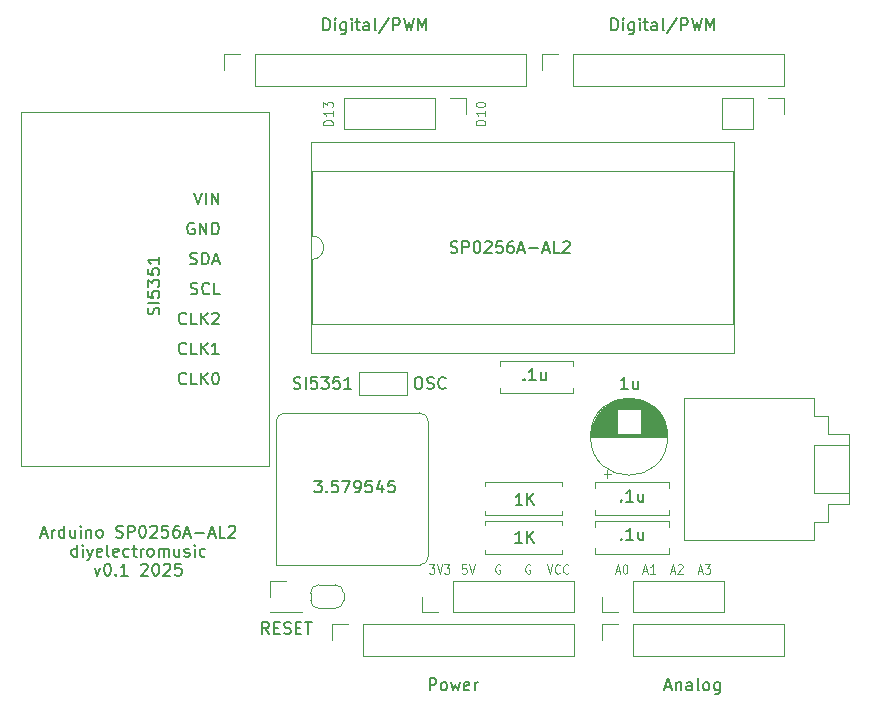
<source format=gbr>
%TF.GenerationSoftware,KiCad,Pcbnew,8.0.7*%
%TF.CreationDate,2025-09-11T21:50:55+01:00*%
%TF.ProjectId,ArduinoSP0256AAL2,41726475-696e-46f5-9350-303235364141,rev?*%
%TF.SameCoordinates,Original*%
%TF.FileFunction,Legend,Top*%
%TF.FilePolarity,Positive*%
%FSLAX46Y46*%
G04 Gerber Fmt 4.6, Leading zero omitted, Abs format (unit mm)*
G04 Created by KiCad (PCBNEW 8.0.7) date 2025-09-11 21:50:55*
%MOMM*%
%LPD*%
G01*
G04 APERTURE LIST*
%ADD10C,0.150000*%
%ADD11C,0.100000*%
%ADD12C,0.120000*%
G04 APERTURE END LIST*
D10*
X121247618Y-96954819D02*
X120914285Y-96478628D01*
X120676190Y-96954819D02*
X120676190Y-95954819D01*
X120676190Y-95954819D02*
X121057142Y-95954819D01*
X121057142Y-95954819D02*
X121152380Y-96002438D01*
X121152380Y-96002438D02*
X121199999Y-96050057D01*
X121199999Y-96050057D02*
X121247618Y-96145295D01*
X121247618Y-96145295D02*
X121247618Y-96288152D01*
X121247618Y-96288152D02*
X121199999Y-96383390D01*
X121199999Y-96383390D02*
X121152380Y-96431009D01*
X121152380Y-96431009D02*
X121057142Y-96478628D01*
X121057142Y-96478628D02*
X120676190Y-96478628D01*
X121676190Y-96431009D02*
X122009523Y-96431009D01*
X122152380Y-96954819D02*
X121676190Y-96954819D01*
X121676190Y-96954819D02*
X121676190Y-95954819D01*
X121676190Y-95954819D02*
X122152380Y-95954819D01*
X122533333Y-96907200D02*
X122676190Y-96954819D01*
X122676190Y-96954819D02*
X122914285Y-96954819D01*
X122914285Y-96954819D02*
X123009523Y-96907200D01*
X123009523Y-96907200D02*
X123057142Y-96859580D01*
X123057142Y-96859580D02*
X123104761Y-96764342D01*
X123104761Y-96764342D02*
X123104761Y-96669104D01*
X123104761Y-96669104D02*
X123057142Y-96573866D01*
X123057142Y-96573866D02*
X123009523Y-96526247D01*
X123009523Y-96526247D02*
X122914285Y-96478628D01*
X122914285Y-96478628D02*
X122723809Y-96431009D01*
X122723809Y-96431009D02*
X122628571Y-96383390D01*
X122628571Y-96383390D02*
X122580952Y-96335771D01*
X122580952Y-96335771D02*
X122533333Y-96240533D01*
X122533333Y-96240533D02*
X122533333Y-96145295D01*
X122533333Y-96145295D02*
X122580952Y-96050057D01*
X122580952Y-96050057D02*
X122628571Y-96002438D01*
X122628571Y-96002438D02*
X122723809Y-95954819D01*
X122723809Y-95954819D02*
X122961904Y-95954819D01*
X122961904Y-95954819D02*
X123104761Y-96002438D01*
X123533333Y-96431009D02*
X123866666Y-96431009D01*
X124009523Y-96954819D02*
X123533333Y-96954819D01*
X123533333Y-96954819D02*
X123533333Y-95954819D01*
X123533333Y-95954819D02*
X124009523Y-95954819D01*
X124295238Y-95954819D02*
X124866666Y-95954819D01*
X124580952Y-96954819D02*
X124580952Y-95954819D01*
D11*
X143363333Y-91102990D02*
X143296666Y-91064895D01*
X143296666Y-91064895D02*
X143196666Y-91064895D01*
X143196666Y-91064895D02*
X143096666Y-91102990D01*
X143096666Y-91102990D02*
X143030000Y-91179180D01*
X143030000Y-91179180D02*
X142996666Y-91255371D01*
X142996666Y-91255371D02*
X142963333Y-91407752D01*
X142963333Y-91407752D02*
X142963333Y-91522038D01*
X142963333Y-91522038D02*
X142996666Y-91674419D01*
X142996666Y-91674419D02*
X143030000Y-91750609D01*
X143030000Y-91750609D02*
X143096666Y-91826800D01*
X143096666Y-91826800D02*
X143196666Y-91864895D01*
X143196666Y-91864895D02*
X143263333Y-91864895D01*
X143263333Y-91864895D02*
X143363333Y-91826800D01*
X143363333Y-91826800D02*
X143396666Y-91788704D01*
X143396666Y-91788704D02*
X143396666Y-91522038D01*
X143396666Y-91522038D02*
X143263333Y-91522038D01*
D10*
X133827255Y-75204819D02*
X134017731Y-75204819D01*
X134017731Y-75204819D02*
X134112969Y-75252438D01*
X134112969Y-75252438D02*
X134208207Y-75347676D01*
X134208207Y-75347676D02*
X134255826Y-75538152D01*
X134255826Y-75538152D02*
X134255826Y-75871485D01*
X134255826Y-75871485D02*
X134208207Y-76061961D01*
X134208207Y-76061961D02*
X134112969Y-76157200D01*
X134112969Y-76157200D02*
X134017731Y-76204819D01*
X134017731Y-76204819D02*
X133827255Y-76204819D01*
X133827255Y-76204819D02*
X133732017Y-76157200D01*
X133732017Y-76157200D02*
X133636779Y-76061961D01*
X133636779Y-76061961D02*
X133589160Y-75871485D01*
X133589160Y-75871485D02*
X133589160Y-75538152D01*
X133589160Y-75538152D02*
X133636779Y-75347676D01*
X133636779Y-75347676D02*
X133732017Y-75252438D01*
X133732017Y-75252438D02*
X133827255Y-75204819D01*
X134636779Y-76157200D02*
X134779636Y-76204819D01*
X134779636Y-76204819D02*
X135017731Y-76204819D01*
X135017731Y-76204819D02*
X135112969Y-76157200D01*
X135112969Y-76157200D02*
X135160588Y-76109580D01*
X135160588Y-76109580D02*
X135208207Y-76014342D01*
X135208207Y-76014342D02*
X135208207Y-75919104D01*
X135208207Y-75919104D02*
X135160588Y-75823866D01*
X135160588Y-75823866D02*
X135112969Y-75776247D01*
X135112969Y-75776247D02*
X135017731Y-75728628D01*
X135017731Y-75728628D02*
X134827255Y-75681009D01*
X134827255Y-75681009D02*
X134732017Y-75633390D01*
X134732017Y-75633390D02*
X134684398Y-75585771D01*
X134684398Y-75585771D02*
X134636779Y-75490533D01*
X134636779Y-75490533D02*
X134636779Y-75395295D01*
X134636779Y-75395295D02*
X134684398Y-75300057D01*
X134684398Y-75300057D02*
X134732017Y-75252438D01*
X134732017Y-75252438D02*
X134827255Y-75204819D01*
X134827255Y-75204819D02*
X135065350Y-75204819D01*
X135065350Y-75204819D02*
X135208207Y-75252438D01*
X136208207Y-76109580D02*
X136160588Y-76157200D01*
X136160588Y-76157200D02*
X136017731Y-76204819D01*
X136017731Y-76204819D02*
X135922493Y-76204819D01*
X135922493Y-76204819D02*
X135779636Y-76157200D01*
X135779636Y-76157200D02*
X135684398Y-76061961D01*
X135684398Y-76061961D02*
X135636779Y-75966723D01*
X135636779Y-75966723D02*
X135589160Y-75776247D01*
X135589160Y-75776247D02*
X135589160Y-75633390D01*
X135589160Y-75633390D02*
X135636779Y-75442914D01*
X135636779Y-75442914D02*
X135684398Y-75347676D01*
X135684398Y-75347676D02*
X135779636Y-75252438D01*
X135779636Y-75252438D02*
X135922493Y-75204819D01*
X135922493Y-75204819D02*
X136017731Y-75204819D01*
X136017731Y-75204819D02*
X136160588Y-75252438D01*
X136160588Y-75252438D02*
X136208207Y-75300057D01*
X101985714Y-88509160D02*
X102461904Y-88509160D01*
X101890476Y-88794875D02*
X102223809Y-87794875D01*
X102223809Y-87794875D02*
X102557142Y-88794875D01*
X102890476Y-88794875D02*
X102890476Y-88128208D01*
X102890476Y-88318684D02*
X102938095Y-88223446D01*
X102938095Y-88223446D02*
X102985714Y-88175827D01*
X102985714Y-88175827D02*
X103080952Y-88128208D01*
X103080952Y-88128208D02*
X103176190Y-88128208D01*
X103938095Y-88794875D02*
X103938095Y-87794875D01*
X103938095Y-88747256D02*
X103842857Y-88794875D01*
X103842857Y-88794875D02*
X103652381Y-88794875D01*
X103652381Y-88794875D02*
X103557143Y-88747256D01*
X103557143Y-88747256D02*
X103509524Y-88699636D01*
X103509524Y-88699636D02*
X103461905Y-88604398D01*
X103461905Y-88604398D02*
X103461905Y-88318684D01*
X103461905Y-88318684D02*
X103509524Y-88223446D01*
X103509524Y-88223446D02*
X103557143Y-88175827D01*
X103557143Y-88175827D02*
X103652381Y-88128208D01*
X103652381Y-88128208D02*
X103842857Y-88128208D01*
X103842857Y-88128208D02*
X103938095Y-88175827D01*
X104842857Y-88128208D02*
X104842857Y-88794875D01*
X104414286Y-88128208D02*
X104414286Y-88652017D01*
X104414286Y-88652017D02*
X104461905Y-88747256D01*
X104461905Y-88747256D02*
X104557143Y-88794875D01*
X104557143Y-88794875D02*
X104700000Y-88794875D01*
X104700000Y-88794875D02*
X104795238Y-88747256D01*
X104795238Y-88747256D02*
X104842857Y-88699636D01*
X105319048Y-88794875D02*
X105319048Y-88128208D01*
X105319048Y-87794875D02*
X105271429Y-87842494D01*
X105271429Y-87842494D02*
X105319048Y-87890113D01*
X105319048Y-87890113D02*
X105366667Y-87842494D01*
X105366667Y-87842494D02*
X105319048Y-87794875D01*
X105319048Y-87794875D02*
X105319048Y-87890113D01*
X105795238Y-88128208D02*
X105795238Y-88794875D01*
X105795238Y-88223446D02*
X105842857Y-88175827D01*
X105842857Y-88175827D02*
X105938095Y-88128208D01*
X105938095Y-88128208D02*
X106080952Y-88128208D01*
X106080952Y-88128208D02*
X106176190Y-88175827D01*
X106176190Y-88175827D02*
X106223809Y-88271065D01*
X106223809Y-88271065D02*
X106223809Y-88794875D01*
X106842857Y-88794875D02*
X106747619Y-88747256D01*
X106747619Y-88747256D02*
X106700000Y-88699636D01*
X106700000Y-88699636D02*
X106652381Y-88604398D01*
X106652381Y-88604398D02*
X106652381Y-88318684D01*
X106652381Y-88318684D02*
X106700000Y-88223446D01*
X106700000Y-88223446D02*
X106747619Y-88175827D01*
X106747619Y-88175827D02*
X106842857Y-88128208D01*
X106842857Y-88128208D02*
X106985714Y-88128208D01*
X106985714Y-88128208D02*
X107080952Y-88175827D01*
X107080952Y-88175827D02*
X107128571Y-88223446D01*
X107128571Y-88223446D02*
X107176190Y-88318684D01*
X107176190Y-88318684D02*
X107176190Y-88604398D01*
X107176190Y-88604398D02*
X107128571Y-88699636D01*
X107128571Y-88699636D02*
X107080952Y-88747256D01*
X107080952Y-88747256D02*
X106985714Y-88794875D01*
X106985714Y-88794875D02*
X106842857Y-88794875D01*
X108319048Y-88747256D02*
X108461905Y-88794875D01*
X108461905Y-88794875D02*
X108700000Y-88794875D01*
X108700000Y-88794875D02*
X108795238Y-88747256D01*
X108795238Y-88747256D02*
X108842857Y-88699636D01*
X108842857Y-88699636D02*
X108890476Y-88604398D01*
X108890476Y-88604398D02*
X108890476Y-88509160D01*
X108890476Y-88509160D02*
X108842857Y-88413922D01*
X108842857Y-88413922D02*
X108795238Y-88366303D01*
X108795238Y-88366303D02*
X108700000Y-88318684D01*
X108700000Y-88318684D02*
X108509524Y-88271065D01*
X108509524Y-88271065D02*
X108414286Y-88223446D01*
X108414286Y-88223446D02*
X108366667Y-88175827D01*
X108366667Y-88175827D02*
X108319048Y-88080589D01*
X108319048Y-88080589D02*
X108319048Y-87985351D01*
X108319048Y-87985351D02*
X108366667Y-87890113D01*
X108366667Y-87890113D02*
X108414286Y-87842494D01*
X108414286Y-87842494D02*
X108509524Y-87794875D01*
X108509524Y-87794875D02*
X108747619Y-87794875D01*
X108747619Y-87794875D02*
X108890476Y-87842494D01*
X109319048Y-88794875D02*
X109319048Y-87794875D01*
X109319048Y-87794875D02*
X109700000Y-87794875D01*
X109700000Y-87794875D02*
X109795238Y-87842494D01*
X109795238Y-87842494D02*
X109842857Y-87890113D01*
X109842857Y-87890113D02*
X109890476Y-87985351D01*
X109890476Y-87985351D02*
X109890476Y-88128208D01*
X109890476Y-88128208D02*
X109842857Y-88223446D01*
X109842857Y-88223446D02*
X109795238Y-88271065D01*
X109795238Y-88271065D02*
X109700000Y-88318684D01*
X109700000Y-88318684D02*
X109319048Y-88318684D01*
X110509524Y-87794875D02*
X110604762Y-87794875D01*
X110604762Y-87794875D02*
X110700000Y-87842494D01*
X110700000Y-87842494D02*
X110747619Y-87890113D01*
X110747619Y-87890113D02*
X110795238Y-87985351D01*
X110795238Y-87985351D02*
X110842857Y-88175827D01*
X110842857Y-88175827D02*
X110842857Y-88413922D01*
X110842857Y-88413922D02*
X110795238Y-88604398D01*
X110795238Y-88604398D02*
X110747619Y-88699636D01*
X110747619Y-88699636D02*
X110700000Y-88747256D01*
X110700000Y-88747256D02*
X110604762Y-88794875D01*
X110604762Y-88794875D02*
X110509524Y-88794875D01*
X110509524Y-88794875D02*
X110414286Y-88747256D01*
X110414286Y-88747256D02*
X110366667Y-88699636D01*
X110366667Y-88699636D02*
X110319048Y-88604398D01*
X110319048Y-88604398D02*
X110271429Y-88413922D01*
X110271429Y-88413922D02*
X110271429Y-88175827D01*
X110271429Y-88175827D02*
X110319048Y-87985351D01*
X110319048Y-87985351D02*
X110366667Y-87890113D01*
X110366667Y-87890113D02*
X110414286Y-87842494D01*
X110414286Y-87842494D02*
X110509524Y-87794875D01*
X111223810Y-87890113D02*
X111271429Y-87842494D01*
X111271429Y-87842494D02*
X111366667Y-87794875D01*
X111366667Y-87794875D02*
X111604762Y-87794875D01*
X111604762Y-87794875D02*
X111700000Y-87842494D01*
X111700000Y-87842494D02*
X111747619Y-87890113D01*
X111747619Y-87890113D02*
X111795238Y-87985351D01*
X111795238Y-87985351D02*
X111795238Y-88080589D01*
X111795238Y-88080589D02*
X111747619Y-88223446D01*
X111747619Y-88223446D02*
X111176191Y-88794875D01*
X111176191Y-88794875D02*
X111795238Y-88794875D01*
X112700000Y-87794875D02*
X112223810Y-87794875D01*
X112223810Y-87794875D02*
X112176191Y-88271065D01*
X112176191Y-88271065D02*
X112223810Y-88223446D01*
X112223810Y-88223446D02*
X112319048Y-88175827D01*
X112319048Y-88175827D02*
X112557143Y-88175827D01*
X112557143Y-88175827D02*
X112652381Y-88223446D01*
X112652381Y-88223446D02*
X112700000Y-88271065D01*
X112700000Y-88271065D02*
X112747619Y-88366303D01*
X112747619Y-88366303D02*
X112747619Y-88604398D01*
X112747619Y-88604398D02*
X112700000Y-88699636D01*
X112700000Y-88699636D02*
X112652381Y-88747256D01*
X112652381Y-88747256D02*
X112557143Y-88794875D01*
X112557143Y-88794875D02*
X112319048Y-88794875D01*
X112319048Y-88794875D02*
X112223810Y-88747256D01*
X112223810Y-88747256D02*
X112176191Y-88699636D01*
X113604762Y-87794875D02*
X113414286Y-87794875D01*
X113414286Y-87794875D02*
X113319048Y-87842494D01*
X113319048Y-87842494D02*
X113271429Y-87890113D01*
X113271429Y-87890113D02*
X113176191Y-88032970D01*
X113176191Y-88032970D02*
X113128572Y-88223446D01*
X113128572Y-88223446D02*
X113128572Y-88604398D01*
X113128572Y-88604398D02*
X113176191Y-88699636D01*
X113176191Y-88699636D02*
X113223810Y-88747256D01*
X113223810Y-88747256D02*
X113319048Y-88794875D01*
X113319048Y-88794875D02*
X113509524Y-88794875D01*
X113509524Y-88794875D02*
X113604762Y-88747256D01*
X113604762Y-88747256D02*
X113652381Y-88699636D01*
X113652381Y-88699636D02*
X113700000Y-88604398D01*
X113700000Y-88604398D02*
X113700000Y-88366303D01*
X113700000Y-88366303D02*
X113652381Y-88271065D01*
X113652381Y-88271065D02*
X113604762Y-88223446D01*
X113604762Y-88223446D02*
X113509524Y-88175827D01*
X113509524Y-88175827D02*
X113319048Y-88175827D01*
X113319048Y-88175827D02*
X113223810Y-88223446D01*
X113223810Y-88223446D02*
X113176191Y-88271065D01*
X113176191Y-88271065D02*
X113128572Y-88366303D01*
X114080953Y-88509160D02*
X114557143Y-88509160D01*
X113985715Y-88794875D02*
X114319048Y-87794875D01*
X114319048Y-87794875D02*
X114652381Y-88794875D01*
X114985715Y-88413922D02*
X115747620Y-88413922D01*
X116176191Y-88509160D02*
X116652381Y-88509160D01*
X116080953Y-88794875D02*
X116414286Y-87794875D01*
X116414286Y-87794875D02*
X116747619Y-88794875D01*
X117557143Y-88794875D02*
X117080953Y-88794875D01*
X117080953Y-88794875D02*
X117080953Y-87794875D01*
X117842858Y-87890113D02*
X117890477Y-87842494D01*
X117890477Y-87842494D02*
X117985715Y-87794875D01*
X117985715Y-87794875D02*
X118223810Y-87794875D01*
X118223810Y-87794875D02*
X118319048Y-87842494D01*
X118319048Y-87842494D02*
X118366667Y-87890113D01*
X118366667Y-87890113D02*
X118414286Y-87985351D01*
X118414286Y-87985351D02*
X118414286Y-88080589D01*
X118414286Y-88080589D02*
X118366667Y-88223446D01*
X118366667Y-88223446D02*
X117795239Y-88794875D01*
X117795239Y-88794875D02*
X118414286Y-88794875D01*
X105009523Y-90404819D02*
X105009523Y-89404819D01*
X105009523Y-90357200D02*
X104914285Y-90404819D01*
X104914285Y-90404819D02*
X104723809Y-90404819D01*
X104723809Y-90404819D02*
X104628571Y-90357200D01*
X104628571Y-90357200D02*
X104580952Y-90309580D01*
X104580952Y-90309580D02*
X104533333Y-90214342D01*
X104533333Y-90214342D02*
X104533333Y-89928628D01*
X104533333Y-89928628D02*
X104580952Y-89833390D01*
X104580952Y-89833390D02*
X104628571Y-89785771D01*
X104628571Y-89785771D02*
X104723809Y-89738152D01*
X104723809Y-89738152D02*
X104914285Y-89738152D01*
X104914285Y-89738152D02*
X105009523Y-89785771D01*
X105485714Y-90404819D02*
X105485714Y-89738152D01*
X105485714Y-89404819D02*
X105438095Y-89452438D01*
X105438095Y-89452438D02*
X105485714Y-89500057D01*
X105485714Y-89500057D02*
X105533333Y-89452438D01*
X105533333Y-89452438D02*
X105485714Y-89404819D01*
X105485714Y-89404819D02*
X105485714Y-89500057D01*
X105866666Y-89738152D02*
X106104761Y-90404819D01*
X106342856Y-89738152D02*
X106104761Y-90404819D01*
X106104761Y-90404819D02*
X106009523Y-90642914D01*
X106009523Y-90642914D02*
X105961904Y-90690533D01*
X105961904Y-90690533D02*
X105866666Y-90738152D01*
X107104761Y-90357200D02*
X107009523Y-90404819D01*
X107009523Y-90404819D02*
X106819047Y-90404819D01*
X106819047Y-90404819D02*
X106723809Y-90357200D01*
X106723809Y-90357200D02*
X106676190Y-90261961D01*
X106676190Y-90261961D02*
X106676190Y-89881009D01*
X106676190Y-89881009D02*
X106723809Y-89785771D01*
X106723809Y-89785771D02*
X106819047Y-89738152D01*
X106819047Y-89738152D02*
X107009523Y-89738152D01*
X107009523Y-89738152D02*
X107104761Y-89785771D01*
X107104761Y-89785771D02*
X107152380Y-89881009D01*
X107152380Y-89881009D02*
X107152380Y-89976247D01*
X107152380Y-89976247D02*
X106676190Y-90071485D01*
X107723809Y-90404819D02*
X107628571Y-90357200D01*
X107628571Y-90357200D02*
X107580952Y-90261961D01*
X107580952Y-90261961D02*
X107580952Y-89404819D01*
X108485714Y-90357200D02*
X108390476Y-90404819D01*
X108390476Y-90404819D02*
X108200000Y-90404819D01*
X108200000Y-90404819D02*
X108104762Y-90357200D01*
X108104762Y-90357200D02*
X108057143Y-90261961D01*
X108057143Y-90261961D02*
X108057143Y-89881009D01*
X108057143Y-89881009D02*
X108104762Y-89785771D01*
X108104762Y-89785771D02*
X108200000Y-89738152D01*
X108200000Y-89738152D02*
X108390476Y-89738152D01*
X108390476Y-89738152D02*
X108485714Y-89785771D01*
X108485714Y-89785771D02*
X108533333Y-89881009D01*
X108533333Y-89881009D02*
X108533333Y-89976247D01*
X108533333Y-89976247D02*
X108057143Y-90071485D01*
X109390476Y-90357200D02*
X109295238Y-90404819D01*
X109295238Y-90404819D02*
X109104762Y-90404819D01*
X109104762Y-90404819D02*
X109009524Y-90357200D01*
X109009524Y-90357200D02*
X108961905Y-90309580D01*
X108961905Y-90309580D02*
X108914286Y-90214342D01*
X108914286Y-90214342D02*
X108914286Y-89928628D01*
X108914286Y-89928628D02*
X108961905Y-89833390D01*
X108961905Y-89833390D02*
X109009524Y-89785771D01*
X109009524Y-89785771D02*
X109104762Y-89738152D01*
X109104762Y-89738152D02*
X109295238Y-89738152D01*
X109295238Y-89738152D02*
X109390476Y-89785771D01*
X109676191Y-89738152D02*
X110057143Y-89738152D01*
X109819048Y-89404819D02*
X109819048Y-90261961D01*
X109819048Y-90261961D02*
X109866667Y-90357200D01*
X109866667Y-90357200D02*
X109961905Y-90404819D01*
X109961905Y-90404819D02*
X110057143Y-90404819D01*
X110390477Y-90404819D02*
X110390477Y-89738152D01*
X110390477Y-89928628D02*
X110438096Y-89833390D01*
X110438096Y-89833390D02*
X110485715Y-89785771D01*
X110485715Y-89785771D02*
X110580953Y-89738152D01*
X110580953Y-89738152D02*
X110676191Y-89738152D01*
X111152382Y-90404819D02*
X111057144Y-90357200D01*
X111057144Y-90357200D02*
X111009525Y-90309580D01*
X111009525Y-90309580D02*
X110961906Y-90214342D01*
X110961906Y-90214342D02*
X110961906Y-89928628D01*
X110961906Y-89928628D02*
X111009525Y-89833390D01*
X111009525Y-89833390D02*
X111057144Y-89785771D01*
X111057144Y-89785771D02*
X111152382Y-89738152D01*
X111152382Y-89738152D02*
X111295239Y-89738152D01*
X111295239Y-89738152D02*
X111390477Y-89785771D01*
X111390477Y-89785771D02*
X111438096Y-89833390D01*
X111438096Y-89833390D02*
X111485715Y-89928628D01*
X111485715Y-89928628D02*
X111485715Y-90214342D01*
X111485715Y-90214342D02*
X111438096Y-90309580D01*
X111438096Y-90309580D02*
X111390477Y-90357200D01*
X111390477Y-90357200D02*
X111295239Y-90404819D01*
X111295239Y-90404819D02*
X111152382Y-90404819D01*
X111914287Y-90404819D02*
X111914287Y-89738152D01*
X111914287Y-89833390D02*
X111961906Y-89785771D01*
X111961906Y-89785771D02*
X112057144Y-89738152D01*
X112057144Y-89738152D02*
X112200001Y-89738152D01*
X112200001Y-89738152D02*
X112295239Y-89785771D01*
X112295239Y-89785771D02*
X112342858Y-89881009D01*
X112342858Y-89881009D02*
X112342858Y-90404819D01*
X112342858Y-89881009D02*
X112390477Y-89785771D01*
X112390477Y-89785771D02*
X112485715Y-89738152D01*
X112485715Y-89738152D02*
X112628572Y-89738152D01*
X112628572Y-89738152D02*
X112723811Y-89785771D01*
X112723811Y-89785771D02*
X112771430Y-89881009D01*
X112771430Y-89881009D02*
X112771430Y-90404819D01*
X113676191Y-89738152D02*
X113676191Y-90404819D01*
X113247620Y-89738152D02*
X113247620Y-90261961D01*
X113247620Y-90261961D02*
X113295239Y-90357200D01*
X113295239Y-90357200D02*
X113390477Y-90404819D01*
X113390477Y-90404819D02*
X113533334Y-90404819D01*
X113533334Y-90404819D02*
X113628572Y-90357200D01*
X113628572Y-90357200D02*
X113676191Y-90309580D01*
X114104763Y-90357200D02*
X114200001Y-90404819D01*
X114200001Y-90404819D02*
X114390477Y-90404819D01*
X114390477Y-90404819D02*
X114485715Y-90357200D01*
X114485715Y-90357200D02*
X114533334Y-90261961D01*
X114533334Y-90261961D02*
X114533334Y-90214342D01*
X114533334Y-90214342D02*
X114485715Y-90119104D01*
X114485715Y-90119104D02*
X114390477Y-90071485D01*
X114390477Y-90071485D02*
X114247620Y-90071485D01*
X114247620Y-90071485D02*
X114152382Y-90023866D01*
X114152382Y-90023866D02*
X114104763Y-89928628D01*
X114104763Y-89928628D02*
X114104763Y-89881009D01*
X114104763Y-89881009D02*
X114152382Y-89785771D01*
X114152382Y-89785771D02*
X114247620Y-89738152D01*
X114247620Y-89738152D02*
X114390477Y-89738152D01*
X114390477Y-89738152D02*
X114485715Y-89785771D01*
X114961906Y-90404819D02*
X114961906Y-89738152D01*
X114961906Y-89404819D02*
X114914287Y-89452438D01*
X114914287Y-89452438D02*
X114961906Y-89500057D01*
X114961906Y-89500057D02*
X115009525Y-89452438D01*
X115009525Y-89452438D02*
X114961906Y-89404819D01*
X114961906Y-89404819D02*
X114961906Y-89500057D01*
X115866667Y-90357200D02*
X115771429Y-90404819D01*
X115771429Y-90404819D02*
X115580953Y-90404819D01*
X115580953Y-90404819D02*
X115485715Y-90357200D01*
X115485715Y-90357200D02*
X115438096Y-90309580D01*
X115438096Y-90309580D02*
X115390477Y-90214342D01*
X115390477Y-90214342D02*
X115390477Y-89928628D01*
X115390477Y-89928628D02*
X115438096Y-89833390D01*
X115438096Y-89833390D02*
X115485715Y-89785771D01*
X115485715Y-89785771D02*
X115580953Y-89738152D01*
X115580953Y-89738152D02*
X115771429Y-89738152D01*
X115771429Y-89738152D02*
X115866667Y-89785771D01*
X106485714Y-91348096D02*
X106723809Y-92014763D01*
X106723809Y-92014763D02*
X106961904Y-91348096D01*
X107533333Y-91014763D02*
X107628571Y-91014763D01*
X107628571Y-91014763D02*
X107723809Y-91062382D01*
X107723809Y-91062382D02*
X107771428Y-91110001D01*
X107771428Y-91110001D02*
X107819047Y-91205239D01*
X107819047Y-91205239D02*
X107866666Y-91395715D01*
X107866666Y-91395715D02*
X107866666Y-91633810D01*
X107866666Y-91633810D02*
X107819047Y-91824286D01*
X107819047Y-91824286D02*
X107771428Y-91919524D01*
X107771428Y-91919524D02*
X107723809Y-91967144D01*
X107723809Y-91967144D02*
X107628571Y-92014763D01*
X107628571Y-92014763D02*
X107533333Y-92014763D01*
X107533333Y-92014763D02*
X107438095Y-91967144D01*
X107438095Y-91967144D02*
X107390476Y-91919524D01*
X107390476Y-91919524D02*
X107342857Y-91824286D01*
X107342857Y-91824286D02*
X107295238Y-91633810D01*
X107295238Y-91633810D02*
X107295238Y-91395715D01*
X107295238Y-91395715D02*
X107342857Y-91205239D01*
X107342857Y-91205239D02*
X107390476Y-91110001D01*
X107390476Y-91110001D02*
X107438095Y-91062382D01*
X107438095Y-91062382D02*
X107533333Y-91014763D01*
X108295238Y-91919524D02*
X108342857Y-91967144D01*
X108342857Y-91967144D02*
X108295238Y-92014763D01*
X108295238Y-92014763D02*
X108247619Y-91967144D01*
X108247619Y-91967144D02*
X108295238Y-91919524D01*
X108295238Y-91919524D02*
X108295238Y-92014763D01*
X109295237Y-92014763D02*
X108723809Y-92014763D01*
X109009523Y-92014763D02*
X109009523Y-91014763D01*
X109009523Y-91014763D02*
X108914285Y-91157620D01*
X108914285Y-91157620D02*
X108819047Y-91252858D01*
X108819047Y-91252858D02*
X108723809Y-91300477D01*
X110438095Y-91110001D02*
X110485714Y-91062382D01*
X110485714Y-91062382D02*
X110580952Y-91014763D01*
X110580952Y-91014763D02*
X110819047Y-91014763D01*
X110819047Y-91014763D02*
X110914285Y-91062382D01*
X110914285Y-91062382D02*
X110961904Y-91110001D01*
X110961904Y-91110001D02*
X111009523Y-91205239D01*
X111009523Y-91205239D02*
X111009523Y-91300477D01*
X111009523Y-91300477D02*
X110961904Y-91443334D01*
X110961904Y-91443334D02*
X110390476Y-92014763D01*
X110390476Y-92014763D02*
X111009523Y-92014763D01*
X111628571Y-91014763D02*
X111723809Y-91014763D01*
X111723809Y-91014763D02*
X111819047Y-91062382D01*
X111819047Y-91062382D02*
X111866666Y-91110001D01*
X111866666Y-91110001D02*
X111914285Y-91205239D01*
X111914285Y-91205239D02*
X111961904Y-91395715D01*
X111961904Y-91395715D02*
X111961904Y-91633810D01*
X111961904Y-91633810D02*
X111914285Y-91824286D01*
X111914285Y-91824286D02*
X111866666Y-91919524D01*
X111866666Y-91919524D02*
X111819047Y-91967144D01*
X111819047Y-91967144D02*
X111723809Y-92014763D01*
X111723809Y-92014763D02*
X111628571Y-92014763D01*
X111628571Y-92014763D02*
X111533333Y-91967144D01*
X111533333Y-91967144D02*
X111485714Y-91919524D01*
X111485714Y-91919524D02*
X111438095Y-91824286D01*
X111438095Y-91824286D02*
X111390476Y-91633810D01*
X111390476Y-91633810D02*
X111390476Y-91395715D01*
X111390476Y-91395715D02*
X111438095Y-91205239D01*
X111438095Y-91205239D02*
X111485714Y-91110001D01*
X111485714Y-91110001D02*
X111533333Y-91062382D01*
X111533333Y-91062382D02*
X111628571Y-91014763D01*
X112342857Y-91110001D02*
X112390476Y-91062382D01*
X112390476Y-91062382D02*
X112485714Y-91014763D01*
X112485714Y-91014763D02*
X112723809Y-91014763D01*
X112723809Y-91014763D02*
X112819047Y-91062382D01*
X112819047Y-91062382D02*
X112866666Y-91110001D01*
X112866666Y-91110001D02*
X112914285Y-91205239D01*
X112914285Y-91205239D02*
X112914285Y-91300477D01*
X112914285Y-91300477D02*
X112866666Y-91443334D01*
X112866666Y-91443334D02*
X112295238Y-92014763D01*
X112295238Y-92014763D02*
X112914285Y-92014763D01*
X113819047Y-91014763D02*
X113342857Y-91014763D01*
X113342857Y-91014763D02*
X113295238Y-91490953D01*
X113295238Y-91490953D02*
X113342857Y-91443334D01*
X113342857Y-91443334D02*
X113438095Y-91395715D01*
X113438095Y-91395715D02*
X113676190Y-91395715D01*
X113676190Y-91395715D02*
X113771428Y-91443334D01*
X113771428Y-91443334D02*
X113819047Y-91490953D01*
X113819047Y-91490953D02*
X113866666Y-91586191D01*
X113866666Y-91586191D02*
X113866666Y-91824286D01*
X113866666Y-91824286D02*
X113819047Y-91919524D01*
X113819047Y-91919524D02*
X113771428Y-91967144D01*
X113771428Y-91967144D02*
X113676190Y-92014763D01*
X113676190Y-92014763D02*
X113438095Y-92014763D01*
X113438095Y-92014763D02*
X113342857Y-91967144D01*
X113342857Y-91967144D02*
X113295238Y-91919524D01*
D11*
X144786666Y-91064895D02*
X145020000Y-91864895D01*
X145020000Y-91864895D02*
X145253333Y-91064895D01*
X145886666Y-91788704D02*
X145853333Y-91826800D01*
X145853333Y-91826800D02*
X145753333Y-91864895D01*
X145753333Y-91864895D02*
X145686666Y-91864895D01*
X145686666Y-91864895D02*
X145586666Y-91826800D01*
X145586666Y-91826800D02*
X145520000Y-91750609D01*
X145520000Y-91750609D02*
X145486666Y-91674419D01*
X145486666Y-91674419D02*
X145453333Y-91522038D01*
X145453333Y-91522038D02*
X145453333Y-91407752D01*
X145453333Y-91407752D02*
X145486666Y-91255371D01*
X145486666Y-91255371D02*
X145520000Y-91179180D01*
X145520000Y-91179180D02*
X145586666Y-91102990D01*
X145586666Y-91102990D02*
X145686666Y-91064895D01*
X145686666Y-91064895D02*
X145753333Y-91064895D01*
X145753333Y-91064895D02*
X145853333Y-91102990D01*
X145853333Y-91102990D02*
X145886666Y-91141085D01*
X146586666Y-91788704D02*
X146553333Y-91826800D01*
X146553333Y-91826800D02*
X146453333Y-91864895D01*
X146453333Y-91864895D02*
X146386666Y-91864895D01*
X146386666Y-91864895D02*
X146286666Y-91826800D01*
X146286666Y-91826800D02*
X146220000Y-91750609D01*
X146220000Y-91750609D02*
X146186666Y-91674419D01*
X146186666Y-91674419D02*
X146153333Y-91522038D01*
X146153333Y-91522038D02*
X146153333Y-91407752D01*
X146153333Y-91407752D02*
X146186666Y-91255371D01*
X146186666Y-91255371D02*
X146220000Y-91179180D01*
X146220000Y-91179180D02*
X146286666Y-91102990D01*
X146286666Y-91102990D02*
X146386666Y-91064895D01*
X146386666Y-91064895D02*
X146453333Y-91064895D01*
X146453333Y-91064895D02*
X146553333Y-91102990D01*
X146553333Y-91102990D02*
X146586666Y-91141085D01*
X134833333Y-91064895D02*
X135266666Y-91064895D01*
X135266666Y-91064895D02*
X135033333Y-91369657D01*
X135033333Y-91369657D02*
X135133333Y-91369657D01*
X135133333Y-91369657D02*
X135199999Y-91407752D01*
X135199999Y-91407752D02*
X135233333Y-91445847D01*
X135233333Y-91445847D02*
X135266666Y-91522038D01*
X135266666Y-91522038D02*
X135266666Y-91712514D01*
X135266666Y-91712514D02*
X135233333Y-91788704D01*
X135233333Y-91788704D02*
X135199999Y-91826800D01*
X135199999Y-91826800D02*
X135133333Y-91864895D01*
X135133333Y-91864895D02*
X134933333Y-91864895D01*
X134933333Y-91864895D02*
X134866666Y-91826800D01*
X134866666Y-91826800D02*
X134833333Y-91788704D01*
X135466666Y-91064895D02*
X135700000Y-91864895D01*
X135700000Y-91864895D02*
X135933333Y-91064895D01*
X136100000Y-91064895D02*
X136533333Y-91064895D01*
X136533333Y-91064895D02*
X136300000Y-91369657D01*
X136300000Y-91369657D02*
X136400000Y-91369657D01*
X136400000Y-91369657D02*
X136466666Y-91407752D01*
X136466666Y-91407752D02*
X136500000Y-91445847D01*
X136500000Y-91445847D02*
X136533333Y-91522038D01*
X136533333Y-91522038D02*
X136533333Y-91712514D01*
X136533333Y-91712514D02*
X136500000Y-91788704D01*
X136500000Y-91788704D02*
X136466666Y-91826800D01*
X136466666Y-91826800D02*
X136400000Y-91864895D01*
X136400000Y-91864895D02*
X136200000Y-91864895D01*
X136200000Y-91864895D02*
X136133333Y-91826800D01*
X136133333Y-91826800D02*
X136100000Y-91788704D01*
X139564895Y-53871428D02*
X138764895Y-53871428D01*
X138764895Y-53871428D02*
X138764895Y-53680952D01*
X138764895Y-53680952D02*
X138802990Y-53566666D01*
X138802990Y-53566666D02*
X138879180Y-53490476D01*
X138879180Y-53490476D02*
X138955371Y-53452381D01*
X138955371Y-53452381D02*
X139107752Y-53414285D01*
X139107752Y-53414285D02*
X139222038Y-53414285D01*
X139222038Y-53414285D02*
X139374419Y-53452381D01*
X139374419Y-53452381D02*
X139450609Y-53490476D01*
X139450609Y-53490476D02*
X139526800Y-53566666D01*
X139526800Y-53566666D02*
X139564895Y-53680952D01*
X139564895Y-53680952D02*
X139564895Y-53871428D01*
X139564895Y-52652381D02*
X139564895Y-53109524D01*
X139564895Y-52880952D02*
X138764895Y-52880952D01*
X138764895Y-52880952D02*
X138879180Y-52957143D01*
X138879180Y-52957143D02*
X138955371Y-53033333D01*
X138955371Y-53033333D02*
X138993466Y-53109524D01*
X138764895Y-52157142D02*
X138764895Y-52080952D01*
X138764895Y-52080952D02*
X138802990Y-52004761D01*
X138802990Y-52004761D02*
X138841085Y-51966666D01*
X138841085Y-51966666D02*
X138917276Y-51928571D01*
X138917276Y-51928571D02*
X139069657Y-51890476D01*
X139069657Y-51890476D02*
X139260133Y-51890476D01*
X139260133Y-51890476D02*
X139412514Y-51928571D01*
X139412514Y-51928571D02*
X139488704Y-51966666D01*
X139488704Y-51966666D02*
X139526800Y-52004761D01*
X139526800Y-52004761D02*
X139564895Y-52080952D01*
X139564895Y-52080952D02*
X139564895Y-52157142D01*
X139564895Y-52157142D02*
X139526800Y-52233333D01*
X139526800Y-52233333D02*
X139488704Y-52271428D01*
X139488704Y-52271428D02*
X139412514Y-52309523D01*
X139412514Y-52309523D02*
X139260133Y-52347619D01*
X139260133Y-52347619D02*
X139069657Y-52347619D01*
X139069657Y-52347619D02*
X138917276Y-52309523D01*
X138917276Y-52309523D02*
X138841085Y-52271428D01*
X138841085Y-52271428D02*
X138802990Y-52233333D01*
X138802990Y-52233333D02*
X138764895Y-52157142D01*
X137966667Y-91064895D02*
X137633333Y-91064895D01*
X137633333Y-91064895D02*
X137600000Y-91445847D01*
X137600000Y-91445847D02*
X137633333Y-91407752D01*
X137633333Y-91407752D02*
X137700000Y-91369657D01*
X137700000Y-91369657D02*
X137866667Y-91369657D01*
X137866667Y-91369657D02*
X137933333Y-91407752D01*
X137933333Y-91407752D02*
X137966667Y-91445847D01*
X137966667Y-91445847D02*
X138000000Y-91522038D01*
X138000000Y-91522038D02*
X138000000Y-91712514D01*
X138000000Y-91712514D02*
X137966667Y-91788704D01*
X137966667Y-91788704D02*
X137933333Y-91826800D01*
X137933333Y-91826800D02*
X137866667Y-91864895D01*
X137866667Y-91864895D02*
X137700000Y-91864895D01*
X137700000Y-91864895D02*
X137633333Y-91826800D01*
X137633333Y-91826800D02*
X137600000Y-91788704D01*
X138200000Y-91064895D02*
X138433334Y-91864895D01*
X138433334Y-91864895D02*
X138666667Y-91064895D01*
D10*
X123353697Y-76157200D02*
X123496554Y-76204819D01*
X123496554Y-76204819D02*
X123734649Y-76204819D01*
X123734649Y-76204819D02*
X123829887Y-76157200D01*
X123829887Y-76157200D02*
X123877506Y-76109580D01*
X123877506Y-76109580D02*
X123925125Y-76014342D01*
X123925125Y-76014342D02*
X123925125Y-75919104D01*
X123925125Y-75919104D02*
X123877506Y-75823866D01*
X123877506Y-75823866D02*
X123829887Y-75776247D01*
X123829887Y-75776247D02*
X123734649Y-75728628D01*
X123734649Y-75728628D02*
X123544173Y-75681009D01*
X123544173Y-75681009D02*
X123448935Y-75633390D01*
X123448935Y-75633390D02*
X123401316Y-75585771D01*
X123401316Y-75585771D02*
X123353697Y-75490533D01*
X123353697Y-75490533D02*
X123353697Y-75395295D01*
X123353697Y-75395295D02*
X123401316Y-75300057D01*
X123401316Y-75300057D02*
X123448935Y-75252438D01*
X123448935Y-75252438D02*
X123544173Y-75204819D01*
X123544173Y-75204819D02*
X123782268Y-75204819D01*
X123782268Y-75204819D02*
X123925125Y-75252438D01*
X124353697Y-76204819D02*
X124353697Y-75204819D01*
X125306077Y-75204819D02*
X124829887Y-75204819D01*
X124829887Y-75204819D02*
X124782268Y-75681009D01*
X124782268Y-75681009D02*
X124829887Y-75633390D01*
X124829887Y-75633390D02*
X124925125Y-75585771D01*
X124925125Y-75585771D02*
X125163220Y-75585771D01*
X125163220Y-75585771D02*
X125258458Y-75633390D01*
X125258458Y-75633390D02*
X125306077Y-75681009D01*
X125306077Y-75681009D02*
X125353696Y-75776247D01*
X125353696Y-75776247D02*
X125353696Y-76014342D01*
X125353696Y-76014342D02*
X125306077Y-76109580D01*
X125306077Y-76109580D02*
X125258458Y-76157200D01*
X125258458Y-76157200D02*
X125163220Y-76204819D01*
X125163220Y-76204819D02*
X124925125Y-76204819D01*
X124925125Y-76204819D02*
X124829887Y-76157200D01*
X124829887Y-76157200D02*
X124782268Y-76109580D01*
X125687030Y-75204819D02*
X126306077Y-75204819D01*
X126306077Y-75204819D02*
X125972744Y-75585771D01*
X125972744Y-75585771D02*
X126115601Y-75585771D01*
X126115601Y-75585771D02*
X126210839Y-75633390D01*
X126210839Y-75633390D02*
X126258458Y-75681009D01*
X126258458Y-75681009D02*
X126306077Y-75776247D01*
X126306077Y-75776247D02*
X126306077Y-76014342D01*
X126306077Y-76014342D02*
X126258458Y-76109580D01*
X126258458Y-76109580D02*
X126210839Y-76157200D01*
X126210839Y-76157200D02*
X126115601Y-76204819D01*
X126115601Y-76204819D02*
X125829887Y-76204819D01*
X125829887Y-76204819D02*
X125734649Y-76157200D01*
X125734649Y-76157200D02*
X125687030Y-76109580D01*
X127210839Y-75204819D02*
X126734649Y-75204819D01*
X126734649Y-75204819D02*
X126687030Y-75681009D01*
X126687030Y-75681009D02*
X126734649Y-75633390D01*
X126734649Y-75633390D02*
X126829887Y-75585771D01*
X126829887Y-75585771D02*
X127067982Y-75585771D01*
X127067982Y-75585771D02*
X127163220Y-75633390D01*
X127163220Y-75633390D02*
X127210839Y-75681009D01*
X127210839Y-75681009D02*
X127258458Y-75776247D01*
X127258458Y-75776247D02*
X127258458Y-76014342D01*
X127258458Y-76014342D02*
X127210839Y-76109580D01*
X127210839Y-76109580D02*
X127163220Y-76157200D01*
X127163220Y-76157200D02*
X127067982Y-76204819D01*
X127067982Y-76204819D02*
X126829887Y-76204819D01*
X126829887Y-76204819D02*
X126734649Y-76157200D01*
X126734649Y-76157200D02*
X126687030Y-76109580D01*
X128210839Y-76204819D02*
X127639411Y-76204819D01*
X127925125Y-76204819D02*
X127925125Y-75204819D01*
X127925125Y-75204819D02*
X127829887Y-75347676D01*
X127829887Y-75347676D02*
X127734649Y-75442914D01*
X127734649Y-75442914D02*
X127639411Y-75490533D01*
D11*
X140823333Y-91102990D02*
X140756666Y-91064895D01*
X140756666Y-91064895D02*
X140656666Y-91064895D01*
X140656666Y-91064895D02*
X140556666Y-91102990D01*
X140556666Y-91102990D02*
X140490000Y-91179180D01*
X140490000Y-91179180D02*
X140456666Y-91255371D01*
X140456666Y-91255371D02*
X140423333Y-91407752D01*
X140423333Y-91407752D02*
X140423333Y-91522038D01*
X140423333Y-91522038D02*
X140456666Y-91674419D01*
X140456666Y-91674419D02*
X140490000Y-91750609D01*
X140490000Y-91750609D02*
X140556666Y-91826800D01*
X140556666Y-91826800D02*
X140656666Y-91864895D01*
X140656666Y-91864895D02*
X140723333Y-91864895D01*
X140723333Y-91864895D02*
X140823333Y-91826800D01*
X140823333Y-91826800D02*
X140856666Y-91788704D01*
X140856666Y-91788704D02*
X140856666Y-91522038D01*
X140856666Y-91522038D02*
X140723333Y-91522038D01*
X126664895Y-53871428D02*
X125864895Y-53871428D01*
X125864895Y-53871428D02*
X125864895Y-53680952D01*
X125864895Y-53680952D02*
X125902990Y-53566666D01*
X125902990Y-53566666D02*
X125979180Y-53490476D01*
X125979180Y-53490476D02*
X126055371Y-53452381D01*
X126055371Y-53452381D02*
X126207752Y-53414285D01*
X126207752Y-53414285D02*
X126322038Y-53414285D01*
X126322038Y-53414285D02*
X126474419Y-53452381D01*
X126474419Y-53452381D02*
X126550609Y-53490476D01*
X126550609Y-53490476D02*
X126626800Y-53566666D01*
X126626800Y-53566666D02*
X126664895Y-53680952D01*
X126664895Y-53680952D02*
X126664895Y-53871428D01*
X126664895Y-52652381D02*
X126664895Y-53109524D01*
X126664895Y-52880952D02*
X125864895Y-52880952D01*
X125864895Y-52880952D02*
X125979180Y-52957143D01*
X125979180Y-52957143D02*
X126055371Y-53033333D01*
X126055371Y-53033333D02*
X126093466Y-53109524D01*
X125864895Y-52385714D02*
X125864895Y-51890476D01*
X125864895Y-51890476D02*
X126169657Y-52157142D01*
X126169657Y-52157142D02*
X126169657Y-52042857D01*
X126169657Y-52042857D02*
X126207752Y-51966666D01*
X126207752Y-51966666D02*
X126245847Y-51928571D01*
X126245847Y-51928571D02*
X126322038Y-51890476D01*
X126322038Y-51890476D02*
X126512514Y-51890476D01*
X126512514Y-51890476D02*
X126588704Y-51928571D01*
X126588704Y-51928571D02*
X126626800Y-51966666D01*
X126626800Y-51966666D02*
X126664895Y-52042857D01*
X126664895Y-52042857D02*
X126664895Y-52271428D01*
X126664895Y-52271428D02*
X126626800Y-52347619D01*
X126626800Y-52347619D02*
X126588704Y-52385714D01*
X150610000Y-91636323D02*
X150943333Y-91636323D01*
X150543333Y-91864895D02*
X150776667Y-91064895D01*
X150776667Y-91064895D02*
X151010000Y-91864895D01*
X151376667Y-91064895D02*
X151443333Y-91064895D01*
X151443333Y-91064895D02*
X151510000Y-91102990D01*
X151510000Y-91102990D02*
X151543333Y-91141085D01*
X151543333Y-91141085D02*
X151576667Y-91217276D01*
X151576667Y-91217276D02*
X151610000Y-91369657D01*
X151610000Y-91369657D02*
X151610000Y-91560133D01*
X151610000Y-91560133D02*
X151576667Y-91712514D01*
X151576667Y-91712514D02*
X151543333Y-91788704D01*
X151543333Y-91788704D02*
X151510000Y-91826800D01*
X151510000Y-91826800D02*
X151443333Y-91864895D01*
X151443333Y-91864895D02*
X151376667Y-91864895D01*
X151376667Y-91864895D02*
X151310000Y-91826800D01*
X151310000Y-91826800D02*
X151276667Y-91788704D01*
X151276667Y-91788704D02*
X151243333Y-91712514D01*
X151243333Y-91712514D02*
X151210000Y-91560133D01*
X151210000Y-91560133D02*
X151210000Y-91369657D01*
X151210000Y-91369657D02*
X151243333Y-91217276D01*
X151243333Y-91217276D02*
X151276667Y-91141085D01*
X151276667Y-91141085D02*
X151310000Y-91102990D01*
X151310000Y-91102990D02*
X151376667Y-91064895D01*
X152943333Y-91636323D02*
X153276666Y-91636323D01*
X152876666Y-91864895D02*
X153110000Y-91064895D01*
X153110000Y-91064895D02*
X153343333Y-91864895D01*
X153943333Y-91864895D02*
X153543333Y-91864895D01*
X153743333Y-91864895D02*
X153743333Y-91064895D01*
X153743333Y-91064895D02*
X153676666Y-91179180D01*
X153676666Y-91179180D02*
X153610000Y-91255371D01*
X153610000Y-91255371D02*
X153543333Y-91293466D01*
X155276666Y-91636323D02*
X155609999Y-91636323D01*
X155209999Y-91864895D02*
X155443333Y-91064895D01*
X155443333Y-91064895D02*
X155676666Y-91864895D01*
X155876666Y-91141085D02*
X155909999Y-91102990D01*
X155909999Y-91102990D02*
X155976666Y-91064895D01*
X155976666Y-91064895D02*
X156143333Y-91064895D01*
X156143333Y-91064895D02*
X156209999Y-91102990D01*
X156209999Y-91102990D02*
X156243333Y-91141085D01*
X156243333Y-91141085D02*
X156276666Y-91217276D01*
X156276666Y-91217276D02*
X156276666Y-91293466D01*
X156276666Y-91293466D02*
X156243333Y-91407752D01*
X156243333Y-91407752D02*
X155843333Y-91864895D01*
X155843333Y-91864895D02*
X156276666Y-91864895D01*
X157609999Y-91636323D02*
X157943332Y-91636323D01*
X157543332Y-91864895D02*
X157776666Y-91064895D01*
X157776666Y-91064895D02*
X158009999Y-91864895D01*
X158176666Y-91064895D02*
X158609999Y-91064895D01*
X158609999Y-91064895D02*
X158376666Y-91369657D01*
X158376666Y-91369657D02*
X158476666Y-91369657D01*
X158476666Y-91369657D02*
X158543332Y-91407752D01*
X158543332Y-91407752D02*
X158576666Y-91445847D01*
X158576666Y-91445847D02*
X158609999Y-91522038D01*
X158609999Y-91522038D02*
X158609999Y-91712514D01*
X158609999Y-91712514D02*
X158576666Y-91788704D01*
X158576666Y-91788704D02*
X158543332Y-91826800D01*
X158543332Y-91826800D02*
X158476666Y-91864895D01*
X158476666Y-91864895D02*
X158276666Y-91864895D01*
X158276666Y-91864895D02*
X158209999Y-91826800D01*
X158209999Y-91826800D02*
X158176666Y-91788704D01*
D10*
X134853809Y-101724819D02*
X134853809Y-100724819D01*
X134853809Y-100724819D02*
X135234761Y-100724819D01*
X135234761Y-100724819D02*
X135329999Y-100772438D01*
X135329999Y-100772438D02*
X135377618Y-100820057D01*
X135377618Y-100820057D02*
X135425237Y-100915295D01*
X135425237Y-100915295D02*
X135425237Y-101058152D01*
X135425237Y-101058152D02*
X135377618Y-101153390D01*
X135377618Y-101153390D02*
X135329999Y-101201009D01*
X135329999Y-101201009D02*
X135234761Y-101248628D01*
X135234761Y-101248628D02*
X134853809Y-101248628D01*
X135996666Y-101724819D02*
X135901428Y-101677200D01*
X135901428Y-101677200D02*
X135853809Y-101629580D01*
X135853809Y-101629580D02*
X135806190Y-101534342D01*
X135806190Y-101534342D02*
X135806190Y-101248628D01*
X135806190Y-101248628D02*
X135853809Y-101153390D01*
X135853809Y-101153390D02*
X135901428Y-101105771D01*
X135901428Y-101105771D02*
X135996666Y-101058152D01*
X135996666Y-101058152D02*
X136139523Y-101058152D01*
X136139523Y-101058152D02*
X136234761Y-101105771D01*
X136234761Y-101105771D02*
X136282380Y-101153390D01*
X136282380Y-101153390D02*
X136329999Y-101248628D01*
X136329999Y-101248628D02*
X136329999Y-101534342D01*
X136329999Y-101534342D02*
X136282380Y-101629580D01*
X136282380Y-101629580D02*
X136234761Y-101677200D01*
X136234761Y-101677200D02*
X136139523Y-101724819D01*
X136139523Y-101724819D02*
X135996666Y-101724819D01*
X136663333Y-101058152D02*
X136853809Y-101724819D01*
X136853809Y-101724819D02*
X137044285Y-101248628D01*
X137044285Y-101248628D02*
X137234761Y-101724819D01*
X137234761Y-101724819D02*
X137425237Y-101058152D01*
X138187142Y-101677200D02*
X138091904Y-101724819D01*
X138091904Y-101724819D02*
X137901428Y-101724819D01*
X137901428Y-101724819D02*
X137806190Y-101677200D01*
X137806190Y-101677200D02*
X137758571Y-101581961D01*
X137758571Y-101581961D02*
X137758571Y-101201009D01*
X137758571Y-101201009D02*
X137806190Y-101105771D01*
X137806190Y-101105771D02*
X137901428Y-101058152D01*
X137901428Y-101058152D02*
X138091904Y-101058152D01*
X138091904Y-101058152D02*
X138187142Y-101105771D01*
X138187142Y-101105771D02*
X138234761Y-101201009D01*
X138234761Y-101201009D02*
X138234761Y-101296247D01*
X138234761Y-101296247D02*
X137758571Y-101391485D01*
X138663333Y-101724819D02*
X138663333Y-101058152D01*
X138663333Y-101248628D02*
X138710952Y-101153390D01*
X138710952Y-101153390D02*
X138758571Y-101105771D01*
X138758571Y-101105771D02*
X138853809Y-101058152D01*
X138853809Y-101058152D02*
X138949047Y-101058152D01*
X154840476Y-101439104D02*
X155316666Y-101439104D01*
X154745238Y-101724819D02*
X155078571Y-100724819D01*
X155078571Y-100724819D02*
X155411904Y-101724819D01*
X155745238Y-101058152D02*
X155745238Y-101724819D01*
X155745238Y-101153390D02*
X155792857Y-101105771D01*
X155792857Y-101105771D02*
X155888095Y-101058152D01*
X155888095Y-101058152D02*
X156030952Y-101058152D01*
X156030952Y-101058152D02*
X156126190Y-101105771D01*
X156126190Y-101105771D02*
X156173809Y-101201009D01*
X156173809Y-101201009D02*
X156173809Y-101724819D01*
X157078571Y-101724819D02*
X157078571Y-101201009D01*
X157078571Y-101201009D02*
X157030952Y-101105771D01*
X157030952Y-101105771D02*
X156935714Y-101058152D01*
X156935714Y-101058152D02*
X156745238Y-101058152D01*
X156745238Y-101058152D02*
X156650000Y-101105771D01*
X157078571Y-101677200D02*
X156983333Y-101724819D01*
X156983333Y-101724819D02*
X156745238Y-101724819D01*
X156745238Y-101724819D02*
X156650000Y-101677200D01*
X156650000Y-101677200D02*
X156602381Y-101581961D01*
X156602381Y-101581961D02*
X156602381Y-101486723D01*
X156602381Y-101486723D02*
X156650000Y-101391485D01*
X156650000Y-101391485D02*
X156745238Y-101343866D01*
X156745238Y-101343866D02*
X156983333Y-101343866D01*
X156983333Y-101343866D02*
X157078571Y-101296247D01*
X157697619Y-101724819D02*
X157602381Y-101677200D01*
X157602381Y-101677200D02*
X157554762Y-101581961D01*
X157554762Y-101581961D02*
X157554762Y-100724819D01*
X158221429Y-101724819D02*
X158126191Y-101677200D01*
X158126191Y-101677200D02*
X158078572Y-101629580D01*
X158078572Y-101629580D02*
X158030953Y-101534342D01*
X158030953Y-101534342D02*
X158030953Y-101248628D01*
X158030953Y-101248628D02*
X158078572Y-101153390D01*
X158078572Y-101153390D02*
X158126191Y-101105771D01*
X158126191Y-101105771D02*
X158221429Y-101058152D01*
X158221429Y-101058152D02*
X158364286Y-101058152D01*
X158364286Y-101058152D02*
X158459524Y-101105771D01*
X158459524Y-101105771D02*
X158507143Y-101153390D01*
X158507143Y-101153390D02*
X158554762Y-101248628D01*
X158554762Y-101248628D02*
X158554762Y-101534342D01*
X158554762Y-101534342D02*
X158507143Y-101629580D01*
X158507143Y-101629580D02*
X158459524Y-101677200D01*
X158459524Y-101677200D02*
X158364286Y-101724819D01*
X158364286Y-101724819D02*
X158221429Y-101724819D01*
X159411905Y-101058152D02*
X159411905Y-101867676D01*
X159411905Y-101867676D02*
X159364286Y-101962914D01*
X159364286Y-101962914D02*
X159316667Y-102010533D01*
X159316667Y-102010533D02*
X159221429Y-102058152D01*
X159221429Y-102058152D02*
X159078572Y-102058152D01*
X159078572Y-102058152D02*
X158983334Y-102010533D01*
X159411905Y-101677200D02*
X159316667Y-101724819D01*
X159316667Y-101724819D02*
X159126191Y-101724819D01*
X159126191Y-101724819D02*
X159030953Y-101677200D01*
X159030953Y-101677200D02*
X158983334Y-101629580D01*
X158983334Y-101629580D02*
X158935715Y-101534342D01*
X158935715Y-101534342D02*
X158935715Y-101248628D01*
X158935715Y-101248628D02*
X158983334Y-101153390D01*
X158983334Y-101153390D02*
X159030953Y-101105771D01*
X159030953Y-101105771D02*
X159126191Y-101058152D01*
X159126191Y-101058152D02*
X159316667Y-101058152D01*
X159316667Y-101058152D02*
X159411905Y-101105771D01*
X125868857Y-45844819D02*
X125868857Y-44844819D01*
X125868857Y-44844819D02*
X126106952Y-44844819D01*
X126106952Y-44844819D02*
X126249809Y-44892438D01*
X126249809Y-44892438D02*
X126345047Y-44987676D01*
X126345047Y-44987676D02*
X126392666Y-45082914D01*
X126392666Y-45082914D02*
X126440285Y-45273390D01*
X126440285Y-45273390D02*
X126440285Y-45416247D01*
X126440285Y-45416247D02*
X126392666Y-45606723D01*
X126392666Y-45606723D02*
X126345047Y-45701961D01*
X126345047Y-45701961D02*
X126249809Y-45797200D01*
X126249809Y-45797200D02*
X126106952Y-45844819D01*
X126106952Y-45844819D02*
X125868857Y-45844819D01*
X126868857Y-45844819D02*
X126868857Y-45178152D01*
X126868857Y-44844819D02*
X126821238Y-44892438D01*
X126821238Y-44892438D02*
X126868857Y-44940057D01*
X126868857Y-44940057D02*
X126916476Y-44892438D01*
X126916476Y-44892438D02*
X126868857Y-44844819D01*
X126868857Y-44844819D02*
X126868857Y-44940057D01*
X127773618Y-45178152D02*
X127773618Y-45987676D01*
X127773618Y-45987676D02*
X127725999Y-46082914D01*
X127725999Y-46082914D02*
X127678380Y-46130533D01*
X127678380Y-46130533D02*
X127583142Y-46178152D01*
X127583142Y-46178152D02*
X127440285Y-46178152D01*
X127440285Y-46178152D02*
X127345047Y-46130533D01*
X127773618Y-45797200D02*
X127678380Y-45844819D01*
X127678380Y-45844819D02*
X127487904Y-45844819D01*
X127487904Y-45844819D02*
X127392666Y-45797200D01*
X127392666Y-45797200D02*
X127345047Y-45749580D01*
X127345047Y-45749580D02*
X127297428Y-45654342D01*
X127297428Y-45654342D02*
X127297428Y-45368628D01*
X127297428Y-45368628D02*
X127345047Y-45273390D01*
X127345047Y-45273390D02*
X127392666Y-45225771D01*
X127392666Y-45225771D02*
X127487904Y-45178152D01*
X127487904Y-45178152D02*
X127678380Y-45178152D01*
X127678380Y-45178152D02*
X127773618Y-45225771D01*
X128249809Y-45844819D02*
X128249809Y-45178152D01*
X128249809Y-44844819D02*
X128202190Y-44892438D01*
X128202190Y-44892438D02*
X128249809Y-44940057D01*
X128249809Y-44940057D02*
X128297428Y-44892438D01*
X128297428Y-44892438D02*
X128249809Y-44844819D01*
X128249809Y-44844819D02*
X128249809Y-44940057D01*
X128583142Y-45178152D02*
X128964094Y-45178152D01*
X128725999Y-44844819D02*
X128725999Y-45701961D01*
X128725999Y-45701961D02*
X128773618Y-45797200D01*
X128773618Y-45797200D02*
X128868856Y-45844819D01*
X128868856Y-45844819D02*
X128964094Y-45844819D01*
X129725999Y-45844819D02*
X129725999Y-45321009D01*
X129725999Y-45321009D02*
X129678380Y-45225771D01*
X129678380Y-45225771D02*
X129583142Y-45178152D01*
X129583142Y-45178152D02*
X129392666Y-45178152D01*
X129392666Y-45178152D02*
X129297428Y-45225771D01*
X129725999Y-45797200D02*
X129630761Y-45844819D01*
X129630761Y-45844819D02*
X129392666Y-45844819D01*
X129392666Y-45844819D02*
X129297428Y-45797200D01*
X129297428Y-45797200D02*
X129249809Y-45701961D01*
X129249809Y-45701961D02*
X129249809Y-45606723D01*
X129249809Y-45606723D02*
X129297428Y-45511485D01*
X129297428Y-45511485D02*
X129392666Y-45463866D01*
X129392666Y-45463866D02*
X129630761Y-45463866D01*
X129630761Y-45463866D02*
X129725999Y-45416247D01*
X130345047Y-45844819D02*
X130249809Y-45797200D01*
X130249809Y-45797200D02*
X130202190Y-45701961D01*
X130202190Y-45701961D02*
X130202190Y-44844819D01*
X131440285Y-44797200D02*
X130583143Y-46082914D01*
X131773619Y-45844819D02*
X131773619Y-44844819D01*
X131773619Y-44844819D02*
X132154571Y-44844819D01*
X132154571Y-44844819D02*
X132249809Y-44892438D01*
X132249809Y-44892438D02*
X132297428Y-44940057D01*
X132297428Y-44940057D02*
X132345047Y-45035295D01*
X132345047Y-45035295D02*
X132345047Y-45178152D01*
X132345047Y-45178152D02*
X132297428Y-45273390D01*
X132297428Y-45273390D02*
X132249809Y-45321009D01*
X132249809Y-45321009D02*
X132154571Y-45368628D01*
X132154571Y-45368628D02*
X131773619Y-45368628D01*
X132678381Y-44844819D02*
X132916476Y-45844819D01*
X132916476Y-45844819D02*
X133106952Y-45130533D01*
X133106952Y-45130533D02*
X133297428Y-45844819D01*
X133297428Y-45844819D02*
X133535524Y-44844819D01*
X133916476Y-45844819D02*
X133916476Y-44844819D01*
X133916476Y-44844819D02*
X134249809Y-45559104D01*
X134249809Y-45559104D02*
X134583142Y-44844819D01*
X134583142Y-44844819D02*
X134583142Y-45844819D01*
X150252857Y-45844819D02*
X150252857Y-44844819D01*
X150252857Y-44844819D02*
X150490952Y-44844819D01*
X150490952Y-44844819D02*
X150633809Y-44892438D01*
X150633809Y-44892438D02*
X150729047Y-44987676D01*
X150729047Y-44987676D02*
X150776666Y-45082914D01*
X150776666Y-45082914D02*
X150824285Y-45273390D01*
X150824285Y-45273390D02*
X150824285Y-45416247D01*
X150824285Y-45416247D02*
X150776666Y-45606723D01*
X150776666Y-45606723D02*
X150729047Y-45701961D01*
X150729047Y-45701961D02*
X150633809Y-45797200D01*
X150633809Y-45797200D02*
X150490952Y-45844819D01*
X150490952Y-45844819D02*
X150252857Y-45844819D01*
X151252857Y-45844819D02*
X151252857Y-45178152D01*
X151252857Y-44844819D02*
X151205238Y-44892438D01*
X151205238Y-44892438D02*
X151252857Y-44940057D01*
X151252857Y-44940057D02*
X151300476Y-44892438D01*
X151300476Y-44892438D02*
X151252857Y-44844819D01*
X151252857Y-44844819D02*
X151252857Y-44940057D01*
X152157618Y-45178152D02*
X152157618Y-45987676D01*
X152157618Y-45987676D02*
X152109999Y-46082914D01*
X152109999Y-46082914D02*
X152062380Y-46130533D01*
X152062380Y-46130533D02*
X151967142Y-46178152D01*
X151967142Y-46178152D02*
X151824285Y-46178152D01*
X151824285Y-46178152D02*
X151729047Y-46130533D01*
X152157618Y-45797200D02*
X152062380Y-45844819D01*
X152062380Y-45844819D02*
X151871904Y-45844819D01*
X151871904Y-45844819D02*
X151776666Y-45797200D01*
X151776666Y-45797200D02*
X151729047Y-45749580D01*
X151729047Y-45749580D02*
X151681428Y-45654342D01*
X151681428Y-45654342D02*
X151681428Y-45368628D01*
X151681428Y-45368628D02*
X151729047Y-45273390D01*
X151729047Y-45273390D02*
X151776666Y-45225771D01*
X151776666Y-45225771D02*
X151871904Y-45178152D01*
X151871904Y-45178152D02*
X152062380Y-45178152D01*
X152062380Y-45178152D02*
X152157618Y-45225771D01*
X152633809Y-45844819D02*
X152633809Y-45178152D01*
X152633809Y-44844819D02*
X152586190Y-44892438D01*
X152586190Y-44892438D02*
X152633809Y-44940057D01*
X152633809Y-44940057D02*
X152681428Y-44892438D01*
X152681428Y-44892438D02*
X152633809Y-44844819D01*
X152633809Y-44844819D02*
X152633809Y-44940057D01*
X152967142Y-45178152D02*
X153348094Y-45178152D01*
X153109999Y-44844819D02*
X153109999Y-45701961D01*
X153109999Y-45701961D02*
X153157618Y-45797200D01*
X153157618Y-45797200D02*
X153252856Y-45844819D01*
X153252856Y-45844819D02*
X153348094Y-45844819D01*
X154109999Y-45844819D02*
X154109999Y-45321009D01*
X154109999Y-45321009D02*
X154062380Y-45225771D01*
X154062380Y-45225771D02*
X153967142Y-45178152D01*
X153967142Y-45178152D02*
X153776666Y-45178152D01*
X153776666Y-45178152D02*
X153681428Y-45225771D01*
X154109999Y-45797200D02*
X154014761Y-45844819D01*
X154014761Y-45844819D02*
X153776666Y-45844819D01*
X153776666Y-45844819D02*
X153681428Y-45797200D01*
X153681428Y-45797200D02*
X153633809Y-45701961D01*
X153633809Y-45701961D02*
X153633809Y-45606723D01*
X153633809Y-45606723D02*
X153681428Y-45511485D01*
X153681428Y-45511485D02*
X153776666Y-45463866D01*
X153776666Y-45463866D02*
X154014761Y-45463866D01*
X154014761Y-45463866D02*
X154109999Y-45416247D01*
X154729047Y-45844819D02*
X154633809Y-45797200D01*
X154633809Y-45797200D02*
X154586190Y-45701961D01*
X154586190Y-45701961D02*
X154586190Y-44844819D01*
X155824285Y-44797200D02*
X154967143Y-46082914D01*
X156157619Y-45844819D02*
X156157619Y-44844819D01*
X156157619Y-44844819D02*
X156538571Y-44844819D01*
X156538571Y-44844819D02*
X156633809Y-44892438D01*
X156633809Y-44892438D02*
X156681428Y-44940057D01*
X156681428Y-44940057D02*
X156729047Y-45035295D01*
X156729047Y-45035295D02*
X156729047Y-45178152D01*
X156729047Y-45178152D02*
X156681428Y-45273390D01*
X156681428Y-45273390D02*
X156633809Y-45321009D01*
X156633809Y-45321009D02*
X156538571Y-45368628D01*
X156538571Y-45368628D02*
X156157619Y-45368628D01*
X157062381Y-44844819D02*
X157300476Y-45844819D01*
X157300476Y-45844819D02*
X157490952Y-45130533D01*
X157490952Y-45130533D02*
X157681428Y-45844819D01*
X157681428Y-45844819D02*
X157919524Y-44844819D01*
X158300476Y-45844819D02*
X158300476Y-44844819D01*
X158300476Y-44844819D02*
X158633809Y-45559104D01*
X158633809Y-45559104D02*
X158967142Y-44844819D01*
X158967142Y-44844819D02*
X158967142Y-45844819D01*
X151071429Y-85659580D02*
X151119048Y-85707200D01*
X151119048Y-85707200D02*
X151071429Y-85754819D01*
X151071429Y-85754819D02*
X151023810Y-85707200D01*
X151023810Y-85707200D02*
X151071429Y-85659580D01*
X151071429Y-85659580D02*
X151071429Y-85754819D01*
X152071428Y-85754819D02*
X151500000Y-85754819D01*
X151785714Y-85754819D02*
X151785714Y-84754819D01*
X151785714Y-84754819D02*
X151690476Y-84897676D01*
X151690476Y-84897676D02*
X151595238Y-84992914D01*
X151595238Y-84992914D02*
X151500000Y-85040533D01*
X152928571Y-85088152D02*
X152928571Y-85754819D01*
X152500000Y-85088152D02*
X152500000Y-85611961D01*
X152500000Y-85611961D02*
X152547619Y-85707200D01*
X152547619Y-85707200D02*
X152642857Y-85754819D01*
X152642857Y-85754819D02*
X152785714Y-85754819D01*
X152785714Y-85754819D02*
X152880952Y-85707200D01*
X152880952Y-85707200D02*
X152928571Y-85659580D01*
X136627381Y-64657200D02*
X136770238Y-64704819D01*
X136770238Y-64704819D02*
X137008333Y-64704819D01*
X137008333Y-64704819D02*
X137103571Y-64657200D01*
X137103571Y-64657200D02*
X137151190Y-64609580D01*
X137151190Y-64609580D02*
X137198809Y-64514342D01*
X137198809Y-64514342D02*
X137198809Y-64419104D01*
X137198809Y-64419104D02*
X137151190Y-64323866D01*
X137151190Y-64323866D02*
X137103571Y-64276247D01*
X137103571Y-64276247D02*
X137008333Y-64228628D01*
X137008333Y-64228628D02*
X136817857Y-64181009D01*
X136817857Y-64181009D02*
X136722619Y-64133390D01*
X136722619Y-64133390D02*
X136675000Y-64085771D01*
X136675000Y-64085771D02*
X136627381Y-63990533D01*
X136627381Y-63990533D02*
X136627381Y-63895295D01*
X136627381Y-63895295D02*
X136675000Y-63800057D01*
X136675000Y-63800057D02*
X136722619Y-63752438D01*
X136722619Y-63752438D02*
X136817857Y-63704819D01*
X136817857Y-63704819D02*
X137055952Y-63704819D01*
X137055952Y-63704819D02*
X137198809Y-63752438D01*
X137627381Y-64704819D02*
X137627381Y-63704819D01*
X137627381Y-63704819D02*
X138008333Y-63704819D01*
X138008333Y-63704819D02*
X138103571Y-63752438D01*
X138103571Y-63752438D02*
X138151190Y-63800057D01*
X138151190Y-63800057D02*
X138198809Y-63895295D01*
X138198809Y-63895295D02*
X138198809Y-64038152D01*
X138198809Y-64038152D02*
X138151190Y-64133390D01*
X138151190Y-64133390D02*
X138103571Y-64181009D01*
X138103571Y-64181009D02*
X138008333Y-64228628D01*
X138008333Y-64228628D02*
X137627381Y-64228628D01*
X138817857Y-63704819D02*
X138913095Y-63704819D01*
X138913095Y-63704819D02*
X139008333Y-63752438D01*
X139008333Y-63752438D02*
X139055952Y-63800057D01*
X139055952Y-63800057D02*
X139103571Y-63895295D01*
X139103571Y-63895295D02*
X139151190Y-64085771D01*
X139151190Y-64085771D02*
X139151190Y-64323866D01*
X139151190Y-64323866D02*
X139103571Y-64514342D01*
X139103571Y-64514342D02*
X139055952Y-64609580D01*
X139055952Y-64609580D02*
X139008333Y-64657200D01*
X139008333Y-64657200D02*
X138913095Y-64704819D01*
X138913095Y-64704819D02*
X138817857Y-64704819D01*
X138817857Y-64704819D02*
X138722619Y-64657200D01*
X138722619Y-64657200D02*
X138675000Y-64609580D01*
X138675000Y-64609580D02*
X138627381Y-64514342D01*
X138627381Y-64514342D02*
X138579762Y-64323866D01*
X138579762Y-64323866D02*
X138579762Y-64085771D01*
X138579762Y-64085771D02*
X138627381Y-63895295D01*
X138627381Y-63895295D02*
X138675000Y-63800057D01*
X138675000Y-63800057D02*
X138722619Y-63752438D01*
X138722619Y-63752438D02*
X138817857Y-63704819D01*
X139532143Y-63800057D02*
X139579762Y-63752438D01*
X139579762Y-63752438D02*
X139675000Y-63704819D01*
X139675000Y-63704819D02*
X139913095Y-63704819D01*
X139913095Y-63704819D02*
X140008333Y-63752438D01*
X140008333Y-63752438D02*
X140055952Y-63800057D01*
X140055952Y-63800057D02*
X140103571Y-63895295D01*
X140103571Y-63895295D02*
X140103571Y-63990533D01*
X140103571Y-63990533D02*
X140055952Y-64133390D01*
X140055952Y-64133390D02*
X139484524Y-64704819D01*
X139484524Y-64704819D02*
X140103571Y-64704819D01*
X141008333Y-63704819D02*
X140532143Y-63704819D01*
X140532143Y-63704819D02*
X140484524Y-64181009D01*
X140484524Y-64181009D02*
X140532143Y-64133390D01*
X140532143Y-64133390D02*
X140627381Y-64085771D01*
X140627381Y-64085771D02*
X140865476Y-64085771D01*
X140865476Y-64085771D02*
X140960714Y-64133390D01*
X140960714Y-64133390D02*
X141008333Y-64181009D01*
X141008333Y-64181009D02*
X141055952Y-64276247D01*
X141055952Y-64276247D02*
X141055952Y-64514342D01*
X141055952Y-64514342D02*
X141008333Y-64609580D01*
X141008333Y-64609580D02*
X140960714Y-64657200D01*
X140960714Y-64657200D02*
X140865476Y-64704819D01*
X140865476Y-64704819D02*
X140627381Y-64704819D01*
X140627381Y-64704819D02*
X140532143Y-64657200D01*
X140532143Y-64657200D02*
X140484524Y-64609580D01*
X141913095Y-63704819D02*
X141722619Y-63704819D01*
X141722619Y-63704819D02*
X141627381Y-63752438D01*
X141627381Y-63752438D02*
X141579762Y-63800057D01*
X141579762Y-63800057D02*
X141484524Y-63942914D01*
X141484524Y-63942914D02*
X141436905Y-64133390D01*
X141436905Y-64133390D02*
X141436905Y-64514342D01*
X141436905Y-64514342D02*
X141484524Y-64609580D01*
X141484524Y-64609580D02*
X141532143Y-64657200D01*
X141532143Y-64657200D02*
X141627381Y-64704819D01*
X141627381Y-64704819D02*
X141817857Y-64704819D01*
X141817857Y-64704819D02*
X141913095Y-64657200D01*
X141913095Y-64657200D02*
X141960714Y-64609580D01*
X141960714Y-64609580D02*
X142008333Y-64514342D01*
X142008333Y-64514342D02*
X142008333Y-64276247D01*
X142008333Y-64276247D02*
X141960714Y-64181009D01*
X141960714Y-64181009D02*
X141913095Y-64133390D01*
X141913095Y-64133390D02*
X141817857Y-64085771D01*
X141817857Y-64085771D02*
X141627381Y-64085771D01*
X141627381Y-64085771D02*
X141532143Y-64133390D01*
X141532143Y-64133390D02*
X141484524Y-64181009D01*
X141484524Y-64181009D02*
X141436905Y-64276247D01*
X142389286Y-64419104D02*
X142865476Y-64419104D01*
X142294048Y-64704819D02*
X142627381Y-63704819D01*
X142627381Y-63704819D02*
X142960714Y-64704819D01*
X143294048Y-64323866D02*
X144055953Y-64323866D01*
X144484524Y-64419104D02*
X144960714Y-64419104D01*
X144389286Y-64704819D02*
X144722619Y-63704819D01*
X144722619Y-63704819D02*
X145055952Y-64704819D01*
X145865476Y-64704819D02*
X145389286Y-64704819D01*
X145389286Y-64704819D02*
X145389286Y-63704819D01*
X146151191Y-63800057D02*
X146198810Y-63752438D01*
X146198810Y-63752438D02*
X146294048Y-63704819D01*
X146294048Y-63704819D02*
X146532143Y-63704819D01*
X146532143Y-63704819D02*
X146627381Y-63752438D01*
X146627381Y-63752438D02*
X146675000Y-63800057D01*
X146675000Y-63800057D02*
X146722619Y-63895295D01*
X146722619Y-63895295D02*
X146722619Y-63990533D01*
X146722619Y-63990533D02*
X146675000Y-64133390D01*
X146675000Y-64133390D02*
X146103572Y-64704819D01*
X146103572Y-64704819D02*
X146722619Y-64704819D01*
X111932200Y-69903570D02*
X111979819Y-69760713D01*
X111979819Y-69760713D02*
X111979819Y-69522618D01*
X111979819Y-69522618D02*
X111932200Y-69427380D01*
X111932200Y-69427380D02*
X111884580Y-69379761D01*
X111884580Y-69379761D02*
X111789342Y-69332142D01*
X111789342Y-69332142D02*
X111694104Y-69332142D01*
X111694104Y-69332142D02*
X111598866Y-69379761D01*
X111598866Y-69379761D02*
X111551247Y-69427380D01*
X111551247Y-69427380D02*
X111503628Y-69522618D01*
X111503628Y-69522618D02*
X111456009Y-69713094D01*
X111456009Y-69713094D02*
X111408390Y-69808332D01*
X111408390Y-69808332D02*
X111360771Y-69855951D01*
X111360771Y-69855951D02*
X111265533Y-69903570D01*
X111265533Y-69903570D02*
X111170295Y-69903570D01*
X111170295Y-69903570D02*
X111075057Y-69855951D01*
X111075057Y-69855951D02*
X111027438Y-69808332D01*
X111027438Y-69808332D02*
X110979819Y-69713094D01*
X110979819Y-69713094D02*
X110979819Y-69474999D01*
X110979819Y-69474999D02*
X111027438Y-69332142D01*
X111979819Y-68903570D02*
X110979819Y-68903570D01*
X110979819Y-67951190D02*
X110979819Y-68427380D01*
X110979819Y-68427380D02*
X111456009Y-68474999D01*
X111456009Y-68474999D02*
X111408390Y-68427380D01*
X111408390Y-68427380D02*
X111360771Y-68332142D01*
X111360771Y-68332142D02*
X111360771Y-68094047D01*
X111360771Y-68094047D02*
X111408390Y-67998809D01*
X111408390Y-67998809D02*
X111456009Y-67951190D01*
X111456009Y-67951190D02*
X111551247Y-67903571D01*
X111551247Y-67903571D02*
X111789342Y-67903571D01*
X111789342Y-67903571D02*
X111884580Y-67951190D01*
X111884580Y-67951190D02*
X111932200Y-67998809D01*
X111932200Y-67998809D02*
X111979819Y-68094047D01*
X111979819Y-68094047D02*
X111979819Y-68332142D01*
X111979819Y-68332142D02*
X111932200Y-68427380D01*
X111932200Y-68427380D02*
X111884580Y-68474999D01*
X110979819Y-67570237D02*
X110979819Y-66951190D01*
X110979819Y-66951190D02*
X111360771Y-67284523D01*
X111360771Y-67284523D02*
X111360771Y-67141666D01*
X111360771Y-67141666D02*
X111408390Y-67046428D01*
X111408390Y-67046428D02*
X111456009Y-66998809D01*
X111456009Y-66998809D02*
X111551247Y-66951190D01*
X111551247Y-66951190D02*
X111789342Y-66951190D01*
X111789342Y-66951190D02*
X111884580Y-66998809D01*
X111884580Y-66998809D02*
X111932200Y-67046428D01*
X111932200Y-67046428D02*
X111979819Y-67141666D01*
X111979819Y-67141666D02*
X111979819Y-67427380D01*
X111979819Y-67427380D02*
X111932200Y-67522618D01*
X111932200Y-67522618D02*
X111884580Y-67570237D01*
X110979819Y-66046428D02*
X110979819Y-66522618D01*
X110979819Y-66522618D02*
X111456009Y-66570237D01*
X111456009Y-66570237D02*
X111408390Y-66522618D01*
X111408390Y-66522618D02*
X111360771Y-66427380D01*
X111360771Y-66427380D02*
X111360771Y-66189285D01*
X111360771Y-66189285D02*
X111408390Y-66094047D01*
X111408390Y-66094047D02*
X111456009Y-66046428D01*
X111456009Y-66046428D02*
X111551247Y-65998809D01*
X111551247Y-65998809D02*
X111789342Y-65998809D01*
X111789342Y-65998809D02*
X111884580Y-66046428D01*
X111884580Y-66046428D02*
X111932200Y-66094047D01*
X111932200Y-66094047D02*
X111979819Y-66189285D01*
X111979819Y-66189285D02*
X111979819Y-66427380D01*
X111979819Y-66427380D02*
X111932200Y-66522618D01*
X111932200Y-66522618D02*
X111884580Y-66570237D01*
X111979819Y-65046428D02*
X111979819Y-65617856D01*
X111979819Y-65332142D02*
X110979819Y-65332142D01*
X110979819Y-65332142D02*
X111122676Y-65427380D01*
X111122676Y-65427380D02*
X111217914Y-65522618D01*
X111217914Y-65522618D02*
X111265533Y-65617856D01*
X114629887Y-68157200D02*
X114772744Y-68204819D01*
X114772744Y-68204819D02*
X115010839Y-68204819D01*
X115010839Y-68204819D02*
X115106077Y-68157200D01*
X115106077Y-68157200D02*
X115153696Y-68109580D01*
X115153696Y-68109580D02*
X115201315Y-68014342D01*
X115201315Y-68014342D02*
X115201315Y-67919104D01*
X115201315Y-67919104D02*
X115153696Y-67823866D01*
X115153696Y-67823866D02*
X115106077Y-67776247D01*
X115106077Y-67776247D02*
X115010839Y-67728628D01*
X115010839Y-67728628D02*
X114820363Y-67681009D01*
X114820363Y-67681009D02*
X114725125Y-67633390D01*
X114725125Y-67633390D02*
X114677506Y-67585771D01*
X114677506Y-67585771D02*
X114629887Y-67490533D01*
X114629887Y-67490533D02*
X114629887Y-67395295D01*
X114629887Y-67395295D02*
X114677506Y-67300057D01*
X114677506Y-67300057D02*
X114725125Y-67252438D01*
X114725125Y-67252438D02*
X114820363Y-67204819D01*
X114820363Y-67204819D02*
X115058458Y-67204819D01*
X115058458Y-67204819D02*
X115201315Y-67252438D01*
X116201315Y-68109580D02*
X116153696Y-68157200D01*
X116153696Y-68157200D02*
X116010839Y-68204819D01*
X116010839Y-68204819D02*
X115915601Y-68204819D01*
X115915601Y-68204819D02*
X115772744Y-68157200D01*
X115772744Y-68157200D02*
X115677506Y-68061961D01*
X115677506Y-68061961D02*
X115629887Y-67966723D01*
X115629887Y-67966723D02*
X115582268Y-67776247D01*
X115582268Y-67776247D02*
X115582268Y-67633390D01*
X115582268Y-67633390D02*
X115629887Y-67442914D01*
X115629887Y-67442914D02*
X115677506Y-67347676D01*
X115677506Y-67347676D02*
X115772744Y-67252438D01*
X115772744Y-67252438D02*
X115915601Y-67204819D01*
X115915601Y-67204819D02*
X116010839Y-67204819D01*
X116010839Y-67204819D02*
X116153696Y-67252438D01*
X116153696Y-67252438D02*
X116201315Y-67300057D01*
X117106077Y-68204819D02*
X116629887Y-68204819D01*
X116629887Y-68204819D02*
X116629887Y-67204819D01*
X114248934Y-75729580D02*
X114201315Y-75777200D01*
X114201315Y-75777200D02*
X114058458Y-75824819D01*
X114058458Y-75824819D02*
X113963220Y-75824819D01*
X113963220Y-75824819D02*
X113820363Y-75777200D01*
X113820363Y-75777200D02*
X113725125Y-75681961D01*
X113725125Y-75681961D02*
X113677506Y-75586723D01*
X113677506Y-75586723D02*
X113629887Y-75396247D01*
X113629887Y-75396247D02*
X113629887Y-75253390D01*
X113629887Y-75253390D02*
X113677506Y-75062914D01*
X113677506Y-75062914D02*
X113725125Y-74967676D01*
X113725125Y-74967676D02*
X113820363Y-74872438D01*
X113820363Y-74872438D02*
X113963220Y-74824819D01*
X113963220Y-74824819D02*
X114058458Y-74824819D01*
X114058458Y-74824819D02*
X114201315Y-74872438D01*
X114201315Y-74872438D02*
X114248934Y-74920057D01*
X115153696Y-75824819D02*
X114677506Y-75824819D01*
X114677506Y-75824819D02*
X114677506Y-74824819D01*
X115487030Y-75824819D02*
X115487030Y-74824819D01*
X116058458Y-75824819D02*
X115629887Y-75253390D01*
X116058458Y-74824819D02*
X115487030Y-75396247D01*
X116677506Y-74824819D02*
X116772744Y-74824819D01*
X116772744Y-74824819D02*
X116867982Y-74872438D01*
X116867982Y-74872438D02*
X116915601Y-74920057D01*
X116915601Y-74920057D02*
X116963220Y-75015295D01*
X116963220Y-75015295D02*
X117010839Y-75205771D01*
X117010839Y-75205771D02*
X117010839Y-75443866D01*
X117010839Y-75443866D02*
X116963220Y-75634342D01*
X116963220Y-75634342D02*
X116915601Y-75729580D01*
X116915601Y-75729580D02*
X116867982Y-75777200D01*
X116867982Y-75777200D02*
X116772744Y-75824819D01*
X116772744Y-75824819D02*
X116677506Y-75824819D01*
X116677506Y-75824819D02*
X116582268Y-75777200D01*
X116582268Y-75777200D02*
X116534649Y-75729580D01*
X116534649Y-75729580D02*
X116487030Y-75634342D01*
X116487030Y-75634342D02*
X116439411Y-75443866D01*
X116439411Y-75443866D02*
X116439411Y-75205771D01*
X116439411Y-75205771D02*
X116487030Y-75015295D01*
X116487030Y-75015295D02*
X116534649Y-74920057D01*
X116534649Y-74920057D02*
X116582268Y-74872438D01*
X116582268Y-74872438D02*
X116677506Y-74824819D01*
X114582268Y-65617200D02*
X114725125Y-65664819D01*
X114725125Y-65664819D02*
X114963220Y-65664819D01*
X114963220Y-65664819D02*
X115058458Y-65617200D01*
X115058458Y-65617200D02*
X115106077Y-65569580D01*
X115106077Y-65569580D02*
X115153696Y-65474342D01*
X115153696Y-65474342D02*
X115153696Y-65379104D01*
X115153696Y-65379104D02*
X115106077Y-65283866D01*
X115106077Y-65283866D02*
X115058458Y-65236247D01*
X115058458Y-65236247D02*
X114963220Y-65188628D01*
X114963220Y-65188628D02*
X114772744Y-65141009D01*
X114772744Y-65141009D02*
X114677506Y-65093390D01*
X114677506Y-65093390D02*
X114629887Y-65045771D01*
X114629887Y-65045771D02*
X114582268Y-64950533D01*
X114582268Y-64950533D02*
X114582268Y-64855295D01*
X114582268Y-64855295D02*
X114629887Y-64760057D01*
X114629887Y-64760057D02*
X114677506Y-64712438D01*
X114677506Y-64712438D02*
X114772744Y-64664819D01*
X114772744Y-64664819D02*
X115010839Y-64664819D01*
X115010839Y-64664819D02*
X115153696Y-64712438D01*
X115582268Y-65664819D02*
X115582268Y-64664819D01*
X115582268Y-64664819D02*
X115820363Y-64664819D01*
X115820363Y-64664819D02*
X115963220Y-64712438D01*
X115963220Y-64712438D02*
X116058458Y-64807676D01*
X116058458Y-64807676D02*
X116106077Y-64902914D01*
X116106077Y-64902914D02*
X116153696Y-65093390D01*
X116153696Y-65093390D02*
X116153696Y-65236247D01*
X116153696Y-65236247D02*
X116106077Y-65426723D01*
X116106077Y-65426723D02*
X116058458Y-65521961D01*
X116058458Y-65521961D02*
X115963220Y-65617200D01*
X115963220Y-65617200D02*
X115820363Y-65664819D01*
X115820363Y-65664819D02*
X115582268Y-65664819D01*
X116534649Y-65379104D02*
X117010839Y-65379104D01*
X116439411Y-65664819D02*
X116772744Y-64664819D01*
X116772744Y-64664819D02*
X117106077Y-65664819D01*
X114248934Y-70649580D02*
X114201315Y-70697200D01*
X114201315Y-70697200D02*
X114058458Y-70744819D01*
X114058458Y-70744819D02*
X113963220Y-70744819D01*
X113963220Y-70744819D02*
X113820363Y-70697200D01*
X113820363Y-70697200D02*
X113725125Y-70601961D01*
X113725125Y-70601961D02*
X113677506Y-70506723D01*
X113677506Y-70506723D02*
X113629887Y-70316247D01*
X113629887Y-70316247D02*
X113629887Y-70173390D01*
X113629887Y-70173390D02*
X113677506Y-69982914D01*
X113677506Y-69982914D02*
X113725125Y-69887676D01*
X113725125Y-69887676D02*
X113820363Y-69792438D01*
X113820363Y-69792438D02*
X113963220Y-69744819D01*
X113963220Y-69744819D02*
X114058458Y-69744819D01*
X114058458Y-69744819D02*
X114201315Y-69792438D01*
X114201315Y-69792438D02*
X114248934Y-69840057D01*
X115153696Y-70744819D02*
X114677506Y-70744819D01*
X114677506Y-70744819D02*
X114677506Y-69744819D01*
X115487030Y-70744819D02*
X115487030Y-69744819D01*
X116058458Y-70744819D02*
X115629887Y-70173390D01*
X116058458Y-69744819D02*
X115487030Y-70316247D01*
X116439411Y-69840057D02*
X116487030Y-69792438D01*
X116487030Y-69792438D02*
X116582268Y-69744819D01*
X116582268Y-69744819D02*
X116820363Y-69744819D01*
X116820363Y-69744819D02*
X116915601Y-69792438D01*
X116915601Y-69792438D02*
X116963220Y-69840057D01*
X116963220Y-69840057D02*
X117010839Y-69935295D01*
X117010839Y-69935295D02*
X117010839Y-70030533D01*
X117010839Y-70030533D02*
X116963220Y-70173390D01*
X116963220Y-70173390D02*
X116391792Y-70744819D01*
X116391792Y-70744819D02*
X117010839Y-70744819D01*
X114915601Y-62172438D02*
X114820363Y-62124819D01*
X114820363Y-62124819D02*
X114677506Y-62124819D01*
X114677506Y-62124819D02*
X114534649Y-62172438D01*
X114534649Y-62172438D02*
X114439411Y-62267676D01*
X114439411Y-62267676D02*
X114391792Y-62362914D01*
X114391792Y-62362914D02*
X114344173Y-62553390D01*
X114344173Y-62553390D02*
X114344173Y-62696247D01*
X114344173Y-62696247D02*
X114391792Y-62886723D01*
X114391792Y-62886723D02*
X114439411Y-62981961D01*
X114439411Y-62981961D02*
X114534649Y-63077200D01*
X114534649Y-63077200D02*
X114677506Y-63124819D01*
X114677506Y-63124819D02*
X114772744Y-63124819D01*
X114772744Y-63124819D02*
X114915601Y-63077200D01*
X114915601Y-63077200D02*
X114963220Y-63029580D01*
X114963220Y-63029580D02*
X114963220Y-62696247D01*
X114963220Y-62696247D02*
X114772744Y-62696247D01*
X115391792Y-63124819D02*
X115391792Y-62124819D01*
X115391792Y-62124819D02*
X115963220Y-63124819D01*
X115963220Y-63124819D02*
X115963220Y-62124819D01*
X116439411Y-63124819D02*
X116439411Y-62124819D01*
X116439411Y-62124819D02*
X116677506Y-62124819D01*
X116677506Y-62124819D02*
X116820363Y-62172438D01*
X116820363Y-62172438D02*
X116915601Y-62267676D01*
X116915601Y-62267676D02*
X116963220Y-62362914D01*
X116963220Y-62362914D02*
X117010839Y-62553390D01*
X117010839Y-62553390D02*
X117010839Y-62696247D01*
X117010839Y-62696247D02*
X116963220Y-62886723D01*
X116963220Y-62886723D02*
X116915601Y-62981961D01*
X116915601Y-62981961D02*
X116820363Y-63077200D01*
X116820363Y-63077200D02*
X116677506Y-63124819D01*
X116677506Y-63124819D02*
X116439411Y-63124819D01*
X114248934Y-73189580D02*
X114201315Y-73237200D01*
X114201315Y-73237200D02*
X114058458Y-73284819D01*
X114058458Y-73284819D02*
X113963220Y-73284819D01*
X113963220Y-73284819D02*
X113820363Y-73237200D01*
X113820363Y-73237200D02*
X113725125Y-73141961D01*
X113725125Y-73141961D02*
X113677506Y-73046723D01*
X113677506Y-73046723D02*
X113629887Y-72856247D01*
X113629887Y-72856247D02*
X113629887Y-72713390D01*
X113629887Y-72713390D02*
X113677506Y-72522914D01*
X113677506Y-72522914D02*
X113725125Y-72427676D01*
X113725125Y-72427676D02*
X113820363Y-72332438D01*
X113820363Y-72332438D02*
X113963220Y-72284819D01*
X113963220Y-72284819D02*
X114058458Y-72284819D01*
X114058458Y-72284819D02*
X114201315Y-72332438D01*
X114201315Y-72332438D02*
X114248934Y-72380057D01*
X115153696Y-73284819D02*
X114677506Y-73284819D01*
X114677506Y-73284819D02*
X114677506Y-72284819D01*
X115487030Y-73284819D02*
X115487030Y-72284819D01*
X116058458Y-73284819D02*
X115629887Y-72713390D01*
X116058458Y-72284819D02*
X115487030Y-72856247D01*
X117010839Y-73284819D02*
X116439411Y-73284819D01*
X116725125Y-73284819D02*
X116725125Y-72284819D01*
X116725125Y-72284819D02*
X116629887Y-72427676D01*
X116629887Y-72427676D02*
X116534649Y-72522914D01*
X116534649Y-72522914D02*
X116439411Y-72570533D01*
X114915602Y-59584819D02*
X115248935Y-60584819D01*
X115248935Y-60584819D02*
X115582268Y-59584819D01*
X115915602Y-60584819D02*
X115915602Y-59584819D01*
X116391792Y-60584819D02*
X116391792Y-59584819D01*
X116391792Y-59584819D02*
X116963220Y-60584819D01*
X116963220Y-60584819D02*
X116963220Y-59584819D01*
X142710714Y-86054819D02*
X142139286Y-86054819D01*
X142425000Y-86054819D02*
X142425000Y-85054819D01*
X142425000Y-85054819D02*
X142329762Y-85197676D01*
X142329762Y-85197676D02*
X142234524Y-85292914D01*
X142234524Y-85292914D02*
X142139286Y-85340533D01*
X143139286Y-86054819D02*
X143139286Y-85054819D01*
X143710714Y-86054819D02*
X143282143Y-85483390D01*
X143710714Y-85054819D02*
X143139286Y-85626247D01*
X125096429Y-83979819D02*
X125715476Y-83979819D01*
X125715476Y-83979819D02*
X125382143Y-84360771D01*
X125382143Y-84360771D02*
X125525000Y-84360771D01*
X125525000Y-84360771D02*
X125620238Y-84408390D01*
X125620238Y-84408390D02*
X125667857Y-84456009D01*
X125667857Y-84456009D02*
X125715476Y-84551247D01*
X125715476Y-84551247D02*
X125715476Y-84789342D01*
X125715476Y-84789342D02*
X125667857Y-84884580D01*
X125667857Y-84884580D02*
X125620238Y-84932200D01*
X125620238Y-84932200D02*
X125525000Y-84979819D01*
X125525000Y-84979819D02*
X125239286Y-84979819D01*
X125239286Y-84979819D02*
X125144048Y-84932200D01*
X125144048Y-84932200D02*
X125096429Y-84884580D01*
X126144048Y-84884580D02*
X126191667Y-84932200D01*
X126191667Y-84932200D02*
X126144048Y-84979819D01*
X126144048Y-84979819D02*
X126096429Y-84932200D01*
X126096429Y-84932200D02*
X126144048Y-84884580D01*
X126144048Y-84884580D02*
X126144048Y-84979819D01*
X127096428Y-83979819D02*
X126620238Y-83979819D01*
X126620238Y-83979819D02*
X126572619Y-84456009D01*
X126572619Y-84456009D02*
X126620238Y-84408390D01*
X126620238Y-84408390D02*
X126715476Y-84360771D01*
X126715476Y-84360771D02*
X126953571Y-84360771D01*
X126953571Y-84360771D02*
X127048809Y-84408390D01*
X127048809Y-84408390D02*
X127096428Y-84456009D01*
X127096428Y-84456009D02*
X127144047Y-84551247D01*
X127144047Y-84551247D02*
X127144047Y-84789342D01*
X127144047Y-84789342D02*
X127096428Y-84884580D01*
X127096428Y-84884580D02*
X127048809Y-84932200D01*
X127048809Y-84932200D02*
X126953571Y-84979819D01*
X126953571Y-84979819D02*
X126715476Y-84979819D01*
X126715476Y-84979819D02*
X126620238Y-84932200D01*
X126620238Y-84932200D02*
X126572619Y-84884580D01*
X127477381Y-83979819D02*
X128144047Y-83979819D01*
X128144047Y-83979819D02*
X127715476Y-84979819D01*
X128572619Y-84979819D02*
X128763095Y-84979819D01*
X128763095Y-84979819D02*
X128858333Y-84932200D01*
X128858333Y-84932200D02*
X128905952Y-84884580D01*
X128905952Y-84884580D02*
X129001190Y-84741723D01*
X129001190Y-84741723D02*
X129048809Y-84551247D01*
X129048809Y-84551247D02*
X129048809Y-84170295D01*
X129048809Y-84170295D02*
X129001190Y-84075057D01*
X129001190Y-84075057D02*
X128953571Y-84027438D01*
X128953571Y-84027438D02*
X128858333Y-83979819D01*
X128858333Y-83979819D02*
X128667857Y-83979819D01*
X128667857Y-83979819D02*
X128572619Y-84027438D01*
X128572619Y-84027438D02*
X128525000Y-84075057D01*
X128525000Y-84075057D02*
X128477381Y-84170295D01*
X128477381Y-84170295D02*
X128477381Y-84408390D01*
X128477381Y-84408390D02*
X128525000Y-84503628D01*
X128525000Y-84503628D02*
X128572619Y-84551247D01*
X128572619Y-84551247D02*
X128667857Y-84598866D01*
X128667857Y-84598866D02*
X128858333Y-84598866D01*
X128858333Y-84598866D02*
X128953571Y-84551247D01*
X128953571Y-84551247D02*
X129001190Y-84503628D01*
X129001190Y-84503628D02*
X129048809Y-84408390D01*
X129953571Y-83979819D02*
X129477381Y-83979819D01*
X129477381Y-83979819D02*
X129429762Y-84456009D01*
X129429762Y-84456009D02*
X129477381Y-84408390D01*
X129477381Y-84408390D02*
X129572619Y-84360771D01*
X129572619Y-84360771D02*
X129810714Y-84360771D01*
X129810714Y-84360771D02*
X129905952Y-84408390D01*
X129905952Y-84408390D02*
X129953571Y-84456009D01*
X129953571Y-84456009D02*
X130001190Y-84551247D01*
X130001190Y-84551247D02*
X130001190Y-84789342D01*
X130001190Y-84789342D02*
X129953571Y-84884580D01*
X129953571Y-84884580D02*
X129905952Y-84932200D01*
X129905952Y-84932200D02*
X129810714Y-84979819D01*
X129810714Y-84979819D02*
X129572619Y-84979819D01*
X129572619Y-84979819D02*
X129477381Y-84932200D01*
X129477381Y-84932200D02*
X129429762Y-84884580D01*
X130858333Y-84313152D02*
X130858333Y-84979819D01*
X130620238Y-83932200D02*
X130382143Y-84646485D01*
X130382143Y-84646485D02*
X131001190Y-84646485D01*
X131858333Y-83979819D02*
X131382143Y-83979819D01*
X131382143Y-83979819D02*
X131334524Y-84456009D01*
X131334524Y-84456009D02*
X131382143Y-84408390D01*
X131382143Y-84408390D02*
X131477381Y-84360771D01*
X131477381Y-84360771D02*
X131715476Y-84360771D01*
X131715476Y-84360771D02*
X131810714Y-84408390D01*
X131810714Y-84408390D02*
X131858333Y-84456009D01*
X131858333Y-84456009D02*
X131905952Y-84551247D01*
X131905952Y-84551247D02*
X131905952Y-84789342D01*
X131905952Y-84789342D02*
X131858333Y-84884580D01*
X131858333Y-84884580D02*
X131810714Y-84932200D01*
X131810714Y-84932200D02*
X131715476Y-84979819D01*
X131715476Y-84979819D02*
X131477381Y-84979819D01*
X131477381Y-84979819D02*
X131382143Y-84932200D01*
X131382143Y-84932200D02*
X131334524Y-84884580D01*
X151096429Y-88884580D02*
X151144048Y-88932200D01*
X151144048Y-88932200D02*
X151096429Y-88979819D01*
X151096429Y-88979819D02*
X151048810Y-88932200D01*
X151048810Y-88932200D02*
X151096429Y-88884580D01*
X151096429Y-88884580D02*
X151096429Y-88979819D01*
X152096428Y-88979819D02*
X151525000Y-88979819D01*
X151810714Y-88979819D02*
X151810714Y-87979819D01*
X151810714Y-87979819D02*
X151715476Y-88122676D01*
X151715476Y-88122676D02*
X151620238Y-88217914D01*
X151620238Y-88217914D02*
X151525000Y-88265533D01*
X152953571Y-88313152D02*
X152953571Y-88979819D01*
X152525000Y-88313152D02*
X152525000Y-88836961D01*
X152525000Y-88836961D02*
X152572619Y-88932200D01*
X152572619Y-88932200D02*
X152667857Y-88979819D01*
X152667857Y-88979819D02*
X152810714Y-88979819D01*
X152810714Y-88979819D02*
X152905952Y-88932200D01*
X152905952Y-88932200D02*
X152953571Y-88884580D01*
X142846429Y-75384580D02*
X142894048Y-75432200D01*
X142894048Y-75432200D02*
X142846429Y-75479819D01*
X142846429Y-75479819D02*
X142798810Y-75432200D01*
X142798810Y-75432200D02*
X142846429Y-75384580D01*
X142846429Y-75384580D02*
X142846429Y-75479819D01*
X143846428Y-75479819D02*
X143275000Y-75479819D01*
X143560714Y-75479819D02*
X143560714Y-74479819D01*
X143560714Y-74479819D02*
X143465476Y-74622676D01*
X143465476Y-74622676D02*
X143370238Y-74717914D01*
X143370238Y-74717914D02*
X143275000Y-74765533D01*
X144703571Y-74813152D02*
X144703571Y-75479819D01*
X144275000Y-74813152D02*
X144275000Y-75336961D01*
X144275000Y-75336961D02*
X144322619Y-75432200D01*
X144322619Y-75432200D02*
X144417857Y-75479819D01*
X144417857Y-75479819D02*
X144560714Y-75479819D01*
X144560714Y-75479819D02*
X144655952Y-75432200D01*
X144655952Y-75432200D02*
X144703571Y-75384580D01*
X142685714Y-89254819D02*
X142114286Y-89254819D01*
X142400000Y-89254819D02*
X142400000Y-88254819D01*
X142400000Y-88254819D02*
X142304762Y-88397676D01*
X142304762Y-88397676D02*
X142209524Y-88492914D01*
X142209524Y-88492914D02*
X142114286Y-88540533D01*
X143114286Y-89254819D02*
X143114286Y-88254819D01*
X143685714Y-89254819D02*
X143257143Y-88683390D01*
X143685714Y-88254819D02*
X143114286Y-88826247D01*
X151633333Y-76204819D02*
X151061905Y-76204819D01*
X151347619Y-76204819D02*
X151347619Y-75204819D01*
X151347619Y-75204819D02*
X151252381Y-75347676D01*
X151252381Y-75347676D02*
X151157143Y-75442914D01*
X151157143Y-75442914D02*
X151061905Y-75490533D01*
X152490476Y-75538152D02*
X152490476Y-76204819D01*
X152061905Y-75538152D02*
X152061905Y-76061961D01*
X152061905Y-76061961D02*
X152109524Y-76157200D01*
X152109524Y-76157200D02*
X152204762Y-76204819D01*
X152204762Y-76204819D02*
X152347619Y-76204819D01*
X152347619Y-76204819D02*
X152442857Y-76157200D01*
X152442857Y-76157200D02*
X152490476Y-76109580D01*
D12*
%TO.C,JP2*%
X124775000Y-94100000D02*
X124775000Y-93500000D01*
X125475000Y-92800000D02*
X126875000Y-92800000D01*
X126875000Y-94800000D02*
X125475000Y-94800000D01*
X127575000Y-93500000D02*
X127575000Y-94100000D01*
X124775000Y-93500000D02*
G75*
G02*
X125475000Y-92800000I699999J1D01*
G01*
X125475000Y-94800000D02*
G75*
G02*
X124775000Y-94100000I-1J699999D01*
G01*
X126875000Y-92800000D02*
G75*
G02*
X127575000Y-93500000I0J-700000D01*
G01*
X127575000Y-94100000D02*
G75*
G02*
X126875000Y-94800000I-700000J0D01*
G01*
%TO.C,J10*%
X121370000Y-92470000D02*
X122700000Y-92470000D01*
X121370000Y-93800000D02*
X121370000Y-92470000D01*
X121370000Y-95070000D02*
X121370000Y-95130000D01*
X121370000Y-95070000D02*
X124030000Y-95070000D01*
X121370000Y-95130000D02*
X124030000Y-95130000D01*
X124030000Y-95070000D02*
X124030000Y-95130000D01*
%TO.C,J1*%
X126610000Y-96130000D02*
X127940000Y-96130000D01*
X126610000Y-97460000D02*
X126610000Y-96130000D01*
X129210000Y-96130000D02*
X147050000Y-96130000D01*
X129210000Y-98790000D02*
X129210000Y-96130000D01*
X129210000Y-98790000D02*
X147050000Y-98790000D01*
X147050000Y-98790000D02*
X147050000Y-96130000D01*
%TO.C,J3*%
X149470000Y-96130000D02*
X150800000Y-96130000D01*
X149470000Y-97460000D02*
X149470000Y-96130000D01*
X152070000Y-96130000D02*
X164830000Y-96130000D01*
X152070000Y-98790000D02*
X152070000Y-96130000D01*
X152070000Y-98790000D02*
X164830000Y-98790000D01*
X164830000Y-98790000D02*
X164830000Y-96130000D01*
%TO.C,J2*%
X117466000Y-47870000D02*
X118796000Y-47870000D01*
X117466000Y-49200000D02*
X117466000Y-47870000D01*
X120066000Y-47870000D02*
X142986000Y-47870000D01*
X120066000Y-50530000D02*
X120066000Y-47870000D01*
X120066000Y-50530000D02*
X142986000Y-50530000D01*
X142986000Y-50530000D02*
X142986000Y-47870000D01*
%TO.C,J4*%
X144390000Y-47870000D02*
X145720000Y-47870000D01*
X144390000Y-49200000D02*
X144390000Y-47870000D01*
X146990000Y-47870000D02*
X164830000Y-47870000D01*
X146990000Y-50530000D02*
X146990000Y-47870000D01*
X146990000Y-50530000D02*
X164830000Y-50530000D01*
X164830000Y-50530000D02*
X164830000Y-47870000D01*
%TO.C,C2*%
X148880000Y-84575000D02*
X148880000Y-84130000D01*
X148880000Y-86870000D02*
X148880000Y-86425000D01*
X155120000Y-84130000D02*
X148880000Y-84130000D01*
X155120000Y-84575000D02*
X155120000Y-84130000D01*
X155120000Y-86870000D02*
X148880000Y-86870000D01*
X155120000Y-86870000D02*
X155120000Y-86425000D01*
%TO.C,U1*%
X124825000Y-55295000D02*
X124825000Y-73195000D01*
X124825000Y-73195000D02*
X160625000Y-73195000D01*
X124885000Y-57785000D02*
X124885000Y-63245000D01*
X124885000Y-65245000D02*
X124885000Y-70705000D01*
X124885000Y-70705000D02*
X160565000Y-70705000D01*
X160565000Y-57785000D02*
X124885000Y-57785000D01*
X160565000Y-70705000D02*
X160565000Y-57785000D01*
X160625000Y-55295000D02*
X124825000Y-55295000D01*
X160625000Y-73195000D02*
X160625000Y-55295000D01*
X124885000Y-63245000D02*
G75*
G02*
X124885000Y-65245000I0J-1000000D01*
G01*
%TO.C,U2*%
X100300000Y-52750000D02*
X121300000Y-52750000D01*
X121300000Y-82750000D01*
X100300000Y-82750000D01*
X100300000Y-52750000D01*
%TO.C,R2*%
X139540000Y-84130000D02*
X146080000Y-84130000D01*
X139540000Y-84460000D02*
X139540000Y-84130000D01*
X139540000Y-86540000D02*
X139540000Y-86870000D01*
X139540000Y-86870000D02*
X146080000Y-86870000D01*
X146080000Y-84130000D02*
X146080000Y-84460000D01*
X146080000Y-86870000D02*
X146080000Y-86540000D01*
%TO.C,J5*%
X156375000Y-77000000D02*
X167375000Y-77000000D01*
X156375000Y-89000000D02*
X156375000Y-77000000D01*
X167375000Y-77000000D02*
X167375000Y-78500000D01*
X167375000Y-78500000D02*
X168575000Y-78500000D01*
X167375000Y-81000000D02*
X167375000Y-85000000D01*
X167375000Y-85000000D02*
X170375000Y-85000000D01*
X167375000Y-87500000D02*
X167375000Y-89000000D01*
X167375000Y-89000000D02*
X156375000Y-89000000D01*
X168575000Y-78500000D02*
X168575000Y-80000000D01*
X168575000Y-80000000D02*
X170375000Y-80000000D01*
X168575000Y-86000000D02*
X168575000Y-87500000D01*
X168575000Y-87500000D02*
X167375000Y-87500000D01*
X170375000Y-80000000D02*
X170375000Y-86000000D01*
X170375000Y-81000000D02*
X167375000Y-81000000D01*
X170375000Y-86000000D02*
X168575000Y-86000000D01*
%TO.C,X1*%
X121860000Y-78990000D02*
X121860000Y-91140000D01*
X121860000Y-91140000D02*
X134010000Y-91140000D01*
X134010000Y-78240000D02*
X122610000Y-78240000D01*
X134760000Y-90390000D02*
X134760000Y-78990000D01*
X121860000Y-78990000D02*
G75*
G02*
X122610000Y-78240000I750000J0D01*
G01*
X134010000Y-78240000D02*
G75*
G02*
X134760000Y-78990000I0J-750000D01*
G01*
X134760000Y-90390000D02*
G75*
G02*
X134010000Y-91140000I-750000J0D01*
G01*
%TO.C,JP1*%
X128850000Y-74750000D02*
X132950000Y-74750000D01*
X128850000Y-76750000D02*
X128850000Y-74750000D01*
X132950000Y-74750000D02*
X132950000Y-76750000D01*
X132950000Y-76750000D02*
X128850000Y-76750000D01*
%TO.C,J6*%
X127626000Y-51570000D02*
X127626000Y-54230000D01*
X135306000Y-51570000D02*
X127626000Y-51570000D01*
X135306000Y-51570000D02*
X135306000Y-54230000D01*
X135306000Y-54230000D02*
X127626000Y-54230000D01*
X136576000Y-51570000D02*
X137906000Y-51570000D01*
X137906000Y-51570000D02*
X137906000Y-52900000D01*
%TO.C,C1*%
X148880000Y-87875000D02*
X148880000Y-87430000D01*
X148880000Y-90170000D02*
X148880000Y-89725000D01*
X155120000Y-87430000D02*
X148880000Y-87430000D01*
X155120000Y-87875000D02*
X155120000Y-87430000D01*
X155120000Y-90170000D02*
X148880000Y-90170000D01*
X155120000Y-90170000D02*
X155120000Y-89725000D01*
%TO.C,J9*%
X134230000Y-95130000D02*
X134230000Y-93800000D01*
X135560000Y-95130000D02*
X134230000Y-95130000D01*
X136830000Y-92470000D02*
X147050000Y-92470000D01*
X136830000Y-95130000D02*
X136830000Y-92470000D01*
X136830000Y-95130000D02*
X147050000Y-95130000D01*
X147050000Y-95130000D02*
X147050000Y-92470000D01*
%TO.C,C4*%
X140780000Y-74275000D02*
X140780000Y-73830000D01*
X140780000Y-76570000D02*
X140780000Y-76125000D01*
X147020000Y-73830000D02*
X140780000Y-73830000D01*
X147020000Y-74275000D02*
X147020000Y-73830000D01*
X147020000Y-76570000D02*
X140780000Y-76570000D01*
X147020000Y-76570000D02*
X147020000Y-76125000D01*
%TO.C,J8*%
X159630000Y-51570000D02*
X159630000Y-54230000D01*
X162230000Y-51570000D02*
X159630000Y-51570000D01*
X162230000Y-51570000D02*
X162230000Y-54230000D01*
X162230000Y-54230000D02*
X159630000Y-54230000D01*
X163500000Y-51570000D02*
X164830000Y-51570000D01*
X164830000Y-51570000D02*
X164830000Y-52900000D01*
%TO.C,R1*%
X139540000Y-87430000D02*
X146080000Y-87430000D01*
X139540000Y-87760000D02*
X139540000Y-87430000D01*
X139540000Y-89840000D02*
X139540000Y-90170000D01*
X139540000Y-90170000D02*
X146080000Y-90170000D01*
X146080000Y-87430000D02*
X146080000Y-87760000D01*
X146080000Y-90170000D02*
X146080000Y-89840000D01*
%TO.C,J7*%
X149470000Y-95130000D02*
X149470000Y-93800000D01*
X150800000Y-95130000D02*
X149470000Y-95130000D01*
X152070000Y-92470000D02*
X159750000Y-92470000D01*
X152070000Y-95130000D02*
X152070000Y-92470000D01*
X152070000Y-95130000D02*
X159750000Y-95130000D01*
X159750000Y-95130000D02*
X159750000Y-92470000D01*
%TO.C,C3*%
X148520000Y-80170000D02*
X154980000Y-80170000D01*
X148520000Y-80210000D02*
X154980000Y-80210000D01*
X148520000Y-80250000D02*
X154980000Y-80250000D01*
X148522000Y-80130000D02*
X154978000Y-80130000D01*
X148523000Y-80090000D02*
X154977000Y-80090000D01*
X148526000Y-80050000D02*
X154974000Y-80050000D01*
X148528000Y-80010000D02*
X150710000Y-80010000D01*
X148532000Y-79970000D02*
X150710000Y-79970000D01*
X148535000Y-79930000D02*
X150710000Y-79930000D01*
X148539000Y-79890000D02*
X150710000Y-79890000D01*
X148544000Y-79850000D02*
X150710000Y-79850000D01*
X148549000Y-79810000D02*
X150710000Y-79810000D01*
X148555000Y-79770000D02*
X150710000Y-79770000D01*
X148561000Y-79730000D02*
X150710000Y-79730000D01*
X148568000Y-79690000D02*
X150710000Y-79690000D01*
X148575000Y-79650000D02*
X150710000Y-79650000D01*
X148583000Y-79610000D02*
X150710000Y-79610000D01*
X148591000Y-79570000D02*
X150710000Y-79570000D01*
X148600000Y-79529000D02*
X150710000Y-79529000D01*
X148609000Y-79489000D02*
X150710000Y-79489000D01*
X148619000Y-79449000D02*
X150710000Y-79449000D01*
X148629000Y-79409000D02*
X150710000Y-79409000D01*
X148640000Y-79369000D02*
X150710000Y-79369000D01*
X148652000Y-79329000D02*
X150710000Y-79329000D01*
X148664000Y-79289000D02*
X150710000Y-79289000D01*
X148676000Y-79249000D02*
X150710000Y-79249000D01*
X148689000Y-79209000D02*
X150710000Y-79209000D01*
X148703000Y-79169000D02*
X150710000Y-79169000D01*
X148717000Y-79129000D02*
X150710000Y-79129000D01*
X148732000Y-79089000D02*
X150710000Y-79089000D01*
X148748000Y-79049000D02*
X150710000Y-79049000D01*
X148764000Y-79009000D02*
X150710000Y-79009000D01*
X148780000Y-78969000D02*
X150710000Y-78969000D01*
X148798000Y-78929000D02*
X150710000Y-78929000D01*
X148816000Y-78889000D02*
X150710000Y-78889000D01*
X148834000Y-78849000D02*
X150710000Y-78849000D01*
X148854000Y-78809000D02*
X150710000Y-78809000D01*
X148874000Y-78769000D02*
X150710000Y-78769000D01*
X148894000Y-78729000D02*
X150710000Y-78729000D01*
X148916000Y-78689000D02*
X150710000Y-78689000D01*
X148938000Y-78649000D02*
X150710000Y-78649000D01*
X148960000Y-78609000D02*
X150710000Y-78609000D01*
X148984000Y-78569000D02*
X150710000Y-78569000D01*
X149008000Y-78529000D02*
X150710000Y-78529000D01*
X149034000Y-78489000D02*
X150710000Y-78489000D01*
X149060000Y-78449000D02*
X150710000Y-78449000D01*
X149086000Y-78409000D02*
X150710000Y-78409000D01*
X149114000Y-78369000D02*
X150710000Y-78369000D01*
X149143000Y-78329000D02*
X150710000Y-78329000D01*
X149172000Y-78289000D02*
X150710000Y-78289000D01*
X149202000Y-78249000D02*
X150710000Y-78249000D01*
X149234000Y-78209000D02*
X150710000Y-78209000D01*
X149266000Y-78169000D02*
X150710000Y-78169000D01*
X149300000Y-78129000D02*
X150710000Y-78129000D01*
X149334000Y-78089000D02*
X150710000Y-78089000D01*
X149370000Y-78049000D02*
X150710000Y-78049000D01*
X149407000Y-78009000D02*
X150710000Y-78009000D01*
X149445000Y-77969000D02*
X150710000Y-77969000D01*
X149485000Y-77929000D02*
X154015000Y-77929000D01*
X149526000Y-77889000D02*
X153974000Y-77889000D01*
X149568000Y-77849000D02*
X153932000Y-77849000D01*
X149596000Y-83435241D02*
X150226000Y-83435241D01*
X149613000Y-77809000D02*
X153887000Y-77809000D01*
X149658000Y-77769000D02*
X153842000Y-77769000D01*
X149706000Y-77729000D02*
X153794000Y-77729000D01*
X149755000Y-77689000D02*
X153745000Y-77689000D01*
X149806000Y-77649000D02*
X153694000Y-77649000D01*
X149860000Y-77609000D02*
X153640000Y-77609000D01*
X149911000Y-83750241D02*
X149911000Y-83120241D01*
X149916000Y-77569000D02*
X153584000Y-77569000D01*
X149974000Y-77529000D02*
X153526000Y-77529000D01*
X150036000Y-77489000D02*
X153464000Y-77489000D01*
X150100000Y-77449000D02*
X153400000Y-77449000D01*
X150169000Y-77409000D02*
X153331000Y-77409000D01*
X150241000Y-77369000D02*
X153259000Y-77369000D01*
X150318000Y-77329000D02*
X153182000Y-77329000D01*
X150400000Y-77289000D02*
X153100000Y-77289000D01*
X150488000Y-77249000D02*
X153012000Y-77249000D01*
X150585000Y-77209000D02*
X152915000Y-77209000D01*
X150691000Y-77169000D02*
X152809000Y-77169000D01*
X150810000Y-77129000D02*
X152690000Y-77129000D01*
X150948000Y-77089000D02*
X152552000Y-77089000D01*
X151117000Y-77049000D02*
X152383000Y-77049000D01*
X151348000Y-77009000D02*
X152152000Y-77009000D01*
X152790000Y-77969000D02*
X154055000Y-77969000D01*
X152790000Y-78009000D02*
X154093000Y-78009000D01*
X152790000Y-78049000D02*
X154130000Y-78049000D01*
X152790000Y-78089000D02*
X154166000Y-78089000D01*
X152790000Y-78129000D02*
X154200000Y-78129000D01*
X152790000Y-78169000D02*
X154234000Y-78169000D01*
X152790000Y-78209000D02*
X154266000Y-78209000D01*
X152790000Y-78249000D02*
X154298000Y-78249000D01*
X152790000Y-78289000D02*
X154328000Y-78289000D01*
X152790000Y-78329000D02*
X154357000Y-78329000D01*
X152790000Y-78369000D02*
X154386000Y-78369000D01*
X152790000Y-78409000D02*
X154414000Y-78409000D01*
X152790000Y-78449000D02*
X154440000Y-78449000D01*
X152790000Y-78489000D02*
X154466000Y-78489000D01*
X152790000Y-78529000D02*
X154492000Y-78529000D01*
X152790000Y-78569000D02*
X154516000Y-78569000D01*
X152790000Y-78609000D02*
X154540000Y-78609000D01*
X152790000Y-78649000D02*
X154562000Y-78649000D01*
X152790000Y-78689000D02*
X154584000Y-78689000D01*
X152790000Y-78729000D02*
X154606000Y-78729000D01*
X152790000Y-78769000D02*
X154626000Y-78769000D01*
X152790000Y-78809000D02*
X154646000Y-78809000D01*
X152790000Y-78849000D02*
X154666000Y-78849000D01*
X152790000Y-78889000D02*
X154684000Y-78889000D01*
X152790000Y-78929000D02*
X154702000Y-78929000D01*
X152790000Y-78969000D02*
X154720000Y-78969000D01*
X152790000Y-79009000D02*
X154736000Y-79009000D01*
X152790000Y-79049000D02*
X154752000Y-79049000D01*
X152790000Y-79089000D02*
X154768000Y-79089000D01*
X152790000Y-79129000D02*
X154783000Y-79129000D01*
X152790000Y-79169000D02*
X154797000Y-79169000D01*
X152790000Y-79209000D02*
X154811000Y-79209000D01*
X152790000Y-79249000D02*
X154824000Y-79249000D01*
X152790000Y-79289000D02*
X154836000Y-79289000D01*
X152790000Y-79329000D02*
X154848000Y-79329000D01*
X152790000Y-79369000D02*
X154860000Y-79369000D01*
X152790000Y-79409000D02*
X154871000Y-79409000D01*
X152790000Y-79449000D02*
X154881000Y-79449000D01*
X152790000Y-79489000D02*
X154891000Y-79489000D01*
X152790000Y-79529000D02*
X154900000Y-79529000D01*
X152790000Y-79570000D02*
X154909000Y-79570000D01*
X152790000Y-79610000D02*
X154917000Y-79610000D01*
X152790000Y-79650000D02*
X154925000Y-79650000D01*
X152790000Y-79690000D02*
X154932000Y-79690000D01*
X152790000Y-79730000D02*
X154939000Y-79730000D01*
X152790000Y-79770000D02*
X154945000Y-79770000D01*
X152790000Y-79810000D02*
X154951000Y-79810000D01*
X152790000Y-79850000D02*
X154956000Y-79850000D01*
X152790000Y-79890000D02*
X154961000Y-79890000D01*
X152790000Y-79930000D02*
X154965000Y-79930000D01*
X152790000Y-79970000D02*
X154968000Y-79970000D01*
X152790000Y-80010000D02*
X154972000Y-80010000D01*
X155020000Y-80250000D02*
G75*
G02*
X148480000Y-80250000I-3270000J0D01*
G01*
X148480000Y-80250000D02*
G75*
G02*
X155020000Y-80250000I3270000J0D01*
G01*
%TD*%
M02*

</source>
